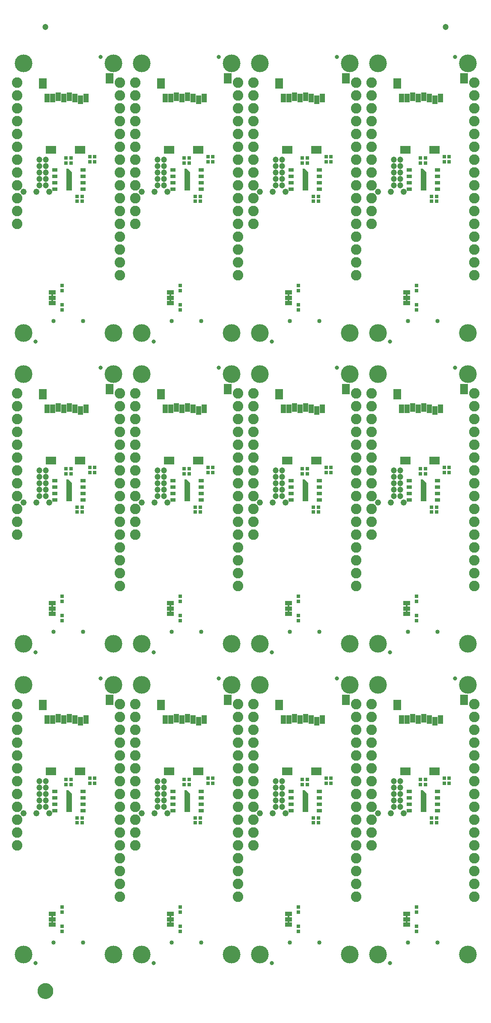
<source format=gbs>
G04 EAGLE Gerber RS-274X export*
G75*
%MOMM*%
%FSLAX34Y34*%
%LPD*%
%INSoldermask Bottom*%
%IPPOS*%
%AMOC8*
5,1,8,0,0,1.08239X$1,22.5*%
G01*
%ADD10C,0.838200*%
%ADD11R,1.473200X0.863600*%
%ADD12C,3.505200*%
%ADD13R,0.803200X0.803200*%
%ADD14R,1.053200X0.703200*%
%ADD15C,0.853200*%
%ADD16R,2.003200X1.603200*%
%ADD17R,1.603200X2.103200*%
%ADD18R,1.003200X1.703200*%
%ADD19C,2.082800*%
%ADD20C,1.203200*%
%ADD21C,1.219200*%
%ADD22C,1.270000*%
%ADD23C,1.703200*%

G36*
X588246Y1537046D02*
X588246Y1537046D01*
X588263Y1537043D01*
X588313Y1537065D01*
X588364Y1537080D01*
X588375Y1537093D01*
X588391Y1537100D01*
X588421Y1537145D01*
X588456Y1537185D01*
X588459Y1537202D01*
X588468Y1537217D01*
X588479Y1537290D01*
X588479Y1573040D01*
X588462Y1573098D01*
X588450Y1573156D01*
X588442Y1573168D01*
X588440Y1573174D01*
X588432Y1573181D01*
X588406Y1573216D01*
X581906Y1579716D01*
X581854Y1579745D01*
X581804Y1579778D01*
X581789Y1579780D01*
X581784Y1579783D01*
X581773Y1579783D01*
X581730Y1579789D01*
X577630Y1579789D01*
X577614Y1579784D01*
X577597Y1579787D01*
X577547Y1579765D01*
X577496Y1579750D01*
X577485Y1579737D01*
X577469Y1579730D01*
X577439Y1579685D01*
X577404Y1579645D01*
X577401Y1579628D01*
X577392Y1579614D01*
X577381Y1579540D01*
X577381Y1537290D01*
X577386Y1537274D01*
X577383Y1537257D01*
X577405Y1537207D01*
X577420Y1537156D01*
X577433Y1537145D01*
X577440Y1537129D01*
X577485Y1537099D01*
X577525Y1537064D01*
X577542Y1537061D01*
X577557Y1537052D01*
X577630Y1537041D01*
X588230Y1537041D01*
X588246Y1537046D01*
G37*
G36*
X821926Y1537046D02*
X821926Y1537046D01*
X821943Y1537043D01*
X821993Y1537065D01*
X822044Y1537080D01*
X822055Y1537093D01*
X822071Y1537100D01*
X822101Y1537145D01*
X822136Y1537185D01*
X822139Y1537202D01*
X822148Y1537217D01*
X822159Y1537290D01*
X822159Y1573040D01*
X822142Y1573098D01*
X822130Y1573156D01*
X822122Y1573168D01*
X822120Y1573174D01*
X822112Y1573181D01*
X822086Y1573216D01*
X815586Y1579716D01*
X815534Y1579745D01*
X815484Y1579778D01*
X815469Y1579780D01*
X815464Y1579783D01*
X815453Y1579783D01*
X815410Y1579789D01*
X811310Y1579789D01*
X811294Y1579784D01*
X811277Y1579787D01*
X811227Y1579765D01*
X811176Y1579750D01*
X811165Y1579737D01*
X811149Y1579730D01*
X811119Y1579685D01*
X811084Y1579645D01*
X811081Y1579628D01*
X811072Y1579614D01*
X811061Y1579540D01*
X811061Y1537290D01*
X811066Y1537274D01*
X811063Y1537257D01*
X811085Y1537207D01*
X811100Y1537156D01*
X811113Y1537145D01*
X811120Y1537129D01*
X811165Y1537099D01*
X811205Y1537064D01*
X811222Y1537061D01*
X811237Y1537052D01*
X811310Y1537041D01*
X821910Y1537041D01*
X821926Y1537046D01*
G37*
G36*
X354566Y1537046D02*
X354566Y1537046D01*
X354583Y1537043D01*
X354633Y1537065D01*
X354684Y1537080D01*
X354695Y1537093D01*
X354711Y1537100D01*
X354741Y1537145D01*
X354776Y1537185D01*
X354779Y1537202D01*
X354788Y1537217D01*
X354799Y1537290D01*
X354799Y1573040D01*
X354782Y1573098D01*
X354770Y1573156D01*
X354762Y1573168D01*
X354760Y1573174D01*
X354752Y1573181D01*
X354726Y1573216D01*
X348226Y1579716D01*
X348174Y1579745D01*
X348124Y1579778D01*
X348109Y1579780D01*
X348104Y1579783D01*
X348093Y1579783D01*
X348050Y1579789D01*
X343950Y1579789D01*
X343934Y1579784D01*
X343917Y1579787D01*
X343867Y1579765D01*
X343816Y1579750D01*
X343805Y1579737D01*
X343789Y1579730D01*
X343759Y1579685D01*
X343724Y1579645D01*
X343721Y1579628D01*
X343712Y1579614D01*
X343701Y1579540D01*
X343701Y1537290D01*
X343706Y1537274D01*
X343703Y1537257D01*
X343725Y1537207D01*
X343740Y1537156D01*
X343753Y1537145D01*
X343760Y1537129D01*
X343805Y1537099D01*
X343845Y1537064D01*
X343862Y1537061D01*
X343877Y1537052D01*
X343950Y1537041D01*
X354550Y1537041D01*
X354566Y1537046D01*
G37*
G36*
X120886Y1537046D02*
X120886Y1537046D01*
X120903Y1537043D01*
X120953Y1537065D01*
X121004Y1537080D01*
X121015Y1537093D01*
X121031Y1537100D01*
X121061Y1537145D01*
X121096Y1537185D01*
X121099Y1537202D01*
X121108Y1537217D01*
X121119Y1537290D01*
X121119Y1573040D01*
X121102Y1573098D01*
X121090Y1573156D01*
X121082Y1573168D01*
X121080Y1573174D01*
X121072Y1573181D01*
X121046Y1573216D01*
X114546Y1579716D01*
X114494Y1579745D01*
X114444Y1579778D01*
X114429Y1579780D01*
X114424Y1579783D01*
X114413Y1579783D01*
X114370Y1579789D01*
X110270Y1579789D01*
X110254Y1579784D01*
X110237Y1579787D01*
X110187Y1579765D01*
X110136Y1579750D01*
X110125Y1579737D01*
X110109Y1579730D01*
X110079Y1579685D01*
X110044Y1579645D01*
X110041Y1579628D01*
X110032Y1579614D01*
X110021Y1579540D01*
X110021Y1537290D01*
X110026Y1537274D01*
X110023Y1537257D01*
X110045Y1537207D01*
X110060Y1537156D01*
X110073Y1537145D01*
X110080Y1537129D01*
X110125Y1537099D01*
X110165Y1537064D01*
X110182Y1537061D01*
X110197Y1537052D01*
X110270Y1537041D01*
X120870Y1537041D01*
X120886Y1537046D01*
G37*
G36*
X821926Y922366D02*
X821926Y922366D01*
X821943Y922363D01*
X821993Y922385D01*
X822044Y922400D01*
X822055Y922413D01*
X822071Y922420D01*
X822101Y922465D01*
X822136Y922505D01*
X822139Y922522D01*
X822148Y922537D01*
X822159Y922610D01*
X822159Y958360D01*
X822142Y958418D01*
X822130Y958476D01*
X822122Y958488D01*
X822120Y958494D01*
X822112Y958501D01*
X822086Y958536D01*
X815586Y965036D01*
X815534Y965065D01*
X815484Y965098D01*
X815469Y965100D01*
X815464Y965103D01*
X815453Y965103D01*
X815410Y965109D01*
X811310Y965109D01*
X811294Y965104D01*
X811277Y965107D01*
X811227Y965085D01*
X811176Y965070D01*
X811165Y965057D01*
X811149Y965050D01*
X811119Y965005D01*
X811084Y964965D01*
X811081Y964948D01*
X811072Y964934D01*
X811061Y964860D01*
X811061Y922610D01*
X811066Y922594D01*
X811063Y922577D01*
X811085Y922527D01*
X811100Y922476D01*
X811113Y922465D01*
X811120Y922449D01*
X811165Y922419D01*
X811205Y922384D01*
X811222Y922381D01*
X811237Y922372D01*
X811310Y922361D01*
X821910Y922361D01*
X821926Y922366D01*
G37*
G36*
X588246Y922366D02*
X588246Y922366D01*
X588263Y922363D01*
X588313Y922385D01*
X588364Y922400D01*
X588375Y922413D01*
X588391Y922420D01*
X588421Y922465D01*
X588456Y922505D01*
X588459Y922522D01*
X588468Y922537D01*
X588479Y922610D01*
X588479Y958360D01*
X588462Y958418D01*
X588450Y958476D01*
X588442Y958488D01*
X588440Y958494D01*
X588432Y958501D01*
X588406Y958536D01*
X581906Y965036D01*
X581854Y965065D01*
X581804Y965098D01*
X581789Y965100D01*
X581784Y965103D01*
X581773Y965103D01*
X581730Y965109D01*
X577630Y965109D01*
X577614Y965104D01*
X577597Y965107D01*
X577547Y965085D01*
X577496Y965070D01*
X577485Y965057D01*
X577469Y965050D01*
X577439Y965005D01*
X577404Y964965D01*
X577401Y964948D01*
X577392Y964934D01*
X577381Y964860D01*
X577381Y922610D01*
X577386Y922594D01*
X577383Y922577D01*
X577405Y922527D01*
X577420Y922476D01*
X577433Y922465D01*
X577440Y922449D01*
X577485Y922419D01*
X577525Y922384D01*
X577542Y922381D01*
X577557Y922372D01*
X577630Y922361D01*
X588230Y922361D01*
X588246Y922366D01*
G37*
G36*
X354566Y922366D02*
X354566Y922366D01*
X354583Y922363D01*
X354633Y922385D01*
X354684Y922400D01*
X354695Y922413D01*
X354711Y922420D01*
X354741Y922465D01*
X354776Y922505D01*
X354779Y922522D01*
X354788Y922537D01*
X354799Y922610D01*
X354799Y958360D01*
X354782Y958418D01*
X354770Y958476D01*
X354762Y958488D01*
X354760Y958494D01*
X354752Y958501D01*
X354726Y958536D01*
X348226Y965036D01*
X348174Y965065D01*
X348124Y965098D01*
X348109Y965100D01*
X348104Y965103D01*
X348093Y965103D01*
X348050Y965109D01*
X343950Y965109D01*
X343934Y965104D01*
X343917Y965107D01*
X343867Y965085D01*
X343816Y965070D01*
X343805Y965057D01*
X343789Y965050D01*
X343759Y965005D01*
X343724Y964965D01*
X343721Y964948D01*
X343712Y964934D01*
X343701Y964860D01*
X343701Y922610D01*
X343706Y922594D01*
X343703Y922577D01*
X343725Y922527D01*
X343740Y922476D01*
X343753Y922465D01*
X343760Y922449D01*
X343805Y922419D01*
X343845Y922384D01*
X343862Y922381D01*
X343877Y922372D01*
X343950Y922361D01*
X354550Y922361D01*
X354566Y922366D01*
G37*
G36*
X120886Y922366D02*
X120886Y922366D01*
X120903Y922363D01*
X120953Y922385D01*
X121004Y922400D01*
X121015Y922413D01*
X121031Y922420D01*
X121061Y922465D01*
X121096Y922505D01*
X121099Y922522D01*
X121108Y922537D01*
X121119Y922610D01*
X121119Y958360D01*
X121102Y958418D01*
X121090Y958476D01*
X121082Y958488D01*
X121080Y958494D01*
X121072Y958501D01*
X121046Y958536D01*
X114546Y965036D01*
X114494Y965065D01*
X114444Y965098D01*
X114429Y965100D01*
X114424Y965103D01*
X114413Y965103D01*
X114370Y965109D01*
X110270Y965109D01*
X110254Y965104D01*
X110237Y965107D01*
X110187Y965085D01*
X110136Y965070D01*
X110125Y965057D01*
X110109Y965050D01*
X110079Y965005D01*
X110044Y964965D01*
X110041Y964948D01*
X110032Y964934D01*
X110021Y964860D01*
X110021Y922610D01*
X110026Y922594D01*
X110023Y922577D01*
X110045Y922527D01*
X110060Y922476D01*
X110073Y922465D01*
X110080Y922449D01*
X110125Y922419D01*
X110165Y922384D01*
X110182Y922381D01*
X110197Y922372D01*
X110270Y922361D01*
X120870Y922361D01*
X120886Y922366D01*
G37*
G36*
X588246Y307686D02*
X588246Y307686D01*
X588263Y307683D01*
X588313Y307705D01*
X588364Y307720D01*
X588375Y307733D01*
X588391Y307740D01*
X588421Y307785D01*
X588456Y307825D01*
X588459Y307842D01*
X588468Y307857D01*
X588479Y307930D01*
X588479Y343680D01*
X588462Y343738D01*
X588450Y343796D01*
X588442Y343808D01*
X588440Y343814D01*
X588432Y343821D01*
X588406Y343856D01*
X581906Y350356D01*
X581854Y350385D01*
X581804Y350418D01*
X581789Y350420D01*
X581784Y350423D01*
X581773Y350423D01*
X581730Y350429D01*
X577630Y350429D01*
X577614Y350424D01*
X577597Y350427D01*
X577547Y350405D01*
X577496Y350390D01*
X577485Y350377D01*
X577469Y350370D01*
X577439Y350325D01*
X577404Y350285D01*
X577401Y350268D01*
X577392Y350254D01*
X577381Y350180D01*
X577381Y307930D01*
X577386Y307914D01*
X577383Y307897D01*
X577405Y307847D01*
X577420Y307796D01*
X577433Y307785D01*
X577440Y307769D01*
X577485Y307739D01*
X577525Y307704D01*
X577542Y307701D01*
X577557Y307692D01*
X577630Y307681D01*
X588230Y307681D01*
X588246Y307686D01*
G37*
G36*
X120886Y307686D02*
X120886Y307686D01*
X120903Y307683D01*
X120953Y307705D01*
X121004Y307720D01*
X121015Y307733D01*
X121031Y307740D01*
X121061Y307785D01*
X121096Y307825D01*
X121099Y307842D01*
X121108Y307857D01*
X121119Y307930D01*
X121119Y343680D01*
X121102Y343738D01*
X121090Y343796D01*
X121082Y343808D01*
X121080Y343814D01*
X121072Y343821D01*
X121046Y343856D01*
X114546Y350356D01*
X114494Y350385D01*
X114444Y350418D01*
X114429Y350420D01*
X114424Y350423D01*
X114413Y350423D01*
X114370Y350429D01*
X110270Y350429D01*
X110254Y350424D01*
X110237Y350427D01*
X110187Y350405D01*
X110136Y350390D01*
X110125Y350377D01*
X110109Y350370D01*
X110079Y350325D01*
X110044Y350285D01*
X110041Y350268D01*
X110032Y350254D01*
X110021Y350180D01*
X110021Y307930D01*
X110026Y307914D01*
X110023Y307897D01*
X110045Y307847D01*
X110060Y307796D01*
X110073Y307785D01*
X110080Y307769D01*
X110125Y307739D01*
X110165Y307704D01*
X110182Y307701D01*
X110197Y307692D01*
X110270Y307681D01*
X120870Y307681D01*
X120886Y307686D01*
G37*
G36*
X821926Y307686D02*
X821926Y307686D01*
X821943Y307683D01*
X821993Y307705D01*
X822044Y307720D01*
X822055Y307733D01*
X822071Y307740D01*
X822101Y307785D01*
X822136Y307825D01*
X822139Y307842D01*
X822148Y307857D01*
X822159Y307930D01*
X822159Y343680D01*
X822142Y343738D01*
X822130Y343796D01*
X822122Y343808D01*
X822120Y343814D01*
X822112Y343821D01*
X822086Y343856D01*
X815586Y350356D01*
X815534Y350385D01*
X815484Y350418D01*
X815469Y350420D01*
X815464Y350423D01*
X815453Y350423D01*
X815410Y350429D01*
X811310Y350429D01*
X811294Y350424D01*
X811277Y350427D01*
X811227Y350405D01*
X811176Y350390D01*
X811165Y350377D01*
X811149Y350370D01*
X811119Y350325D01*
X811084Y350285D01*
X811081Y350268D01*
X811072Y350254D01*
X811061Y350180D01*
X811061Y307930D01*
X811066Y307914D01*
X811063Y307897D01*
X811085Y307847D01*
X811100Y307796D01*
X811113Y307785D01*
X811120Y307769D01*
X811165Y307739D01*
X811205Y307704D01*
X811222Y307701D01*
X811237Y307692D01*
X811310Y307681D01*
X821910Y307681D01*
X821926Y307686D01*
G37*
G36*
X354566Y307686D02*
X354566Y307686D01*
X354583Y307683D01*
X354633Y307705D01*
X354684Y307720D01*
X354695Y307733D01*
X354711Y307740D01*
X354741Y307785D01*
X354776Y307825D01*
X354779Y307842D01*
X354788Y307857D01*
X354799Y307930D01*
X354799Y343680D01*
X354782Y343738D01*
X354770Y343796D01*
X354762Y343808D01*
X354760Y343814D01*
X354752Y343821D01*
X354726Y343856D01*
X348226Y350356D01*
X348174Y350385D01*
X348124Y350418D01*
X348109Y350420D01*
X348104Y350423D01*
X348093Y350423D01*
X348050Y350429D01*
X343950Y350429D01*
X343934Y350424D01*
X343917Y350427D01*
X343867Y350405D01*
X343816Y350390D01*
X343805Y350377D01*
X343789Y350370D01*
X343759Y350325D01*
X343724Y350285D01*
X343721Y350268D01*
X343712Y350254D01*
X343701Y350180D01*
X343701Y307930D01*
X343706Y307914D01*
X343703Y307897D01*
X343725Y307847D01*
X343740Y307796D01*
X343753Y307785D01*
X343760Y307769D01*
X343805Y307739D01*
X343845Y307704D01*
X343862Y307701D01*
X343877Y307692D01*
X343950Y307681D01*
X354550Y307681D01*
X354566Y307686D01*
G37*
G36*
X317565Y1317002D02*
X317565Y1317002D01*
X317631Y1317004D01*
X317674Y1317022D01*
X317721Y1317030D01*
X317778Y1317064D01*
X317838Y1317089D01*
X317873Y1317120D01*
X317914Y1317145D01*
X317956Y1317196D01*
X318004Y1317240D01*
X318026Y1317282D01*
X318055Y1317319D01*
X318076Y1317381D01*
X318107Y1317440D01*
X318115Y1317494D01*
X318127Y1317531D01*
X318126Y1317571D01*
X318134Y1317625D01*
X318134Y1321435D01*
X318123Y1321500D01*
X318121Y1321566D01*
X318103Y1321609D01*
X318095Y1321656D01*
X318061Y1321713D01*
X318036Y1321773D01*
X318005Y1321808D01*
X317980Y1321849D01*
X317929Y1321891D01*
X317885Y1321939D01*
X317843Y1321961D01*
X317806Y1321990D01*
X317744Y1322011D01*
X317685Y1322042D01*
X317631Y1322050D01*
X317594Y1322062D01*
X317554Y1322061D01*
X317500Y1322069D01*
X314960Y1322069D01*
X314895Y1322058D01*
X314829Y1322056D01*
X314786Y1322038D01*
X314739Y1322030D01*
X314682Y1321996D01*
X314622Y1321971D01*
X314587Y1321940D01*
X314546Y1321915D01*
X314505Y1321864D01*
X314456Y1321820D01*
X314434Y1321778D01*
X314405Y1321741D01*
X314384Y1321679D01*
X314353Y1321620D01*
X314345Y1321566D01*
X314333Y1321529D01*
X314333Y1321525D01*
X314333Y1321524D01*
X314334Y1321489D01*
X314326Y1321435D01*
X314326Y1317625D01*
X314337Y1317560D01*
X314339Y1317494D01*
X314357Y1317451D01*
X314365Y1317404D01*
X314399Y1317347D01*
X314424Y1317287D01*
X314455Y1317252D01*
X314480Y1317211D01*
X314531Y1317170D01*
X314575Y1317121D01*
X314617Y1317099D01*
X314654Y1317070D01*
X314716Y1317049D01*
X314775Y1317018D01*
X314829Y1317010D01*
X314866Y1316998D01*
X314906Y1316999D01*
X314960Y1316991D01*
X317500Y1316991D01*
X317565Y1317002D01*
G37*
G36*
X83885Y1317002D02*
X83885Y1317002D01*
X83951Y1317004D01*
X83994Y1317022D01*
X84041Y1317030D01*
X84098Y1317064D01*
X84158Y1317089D01*
X84193Y1317120D01*
X84234Y1317145D01*
X84276Y1317196D01*
X84324Y1317240D01*
X84346Y1317282D01*
X84375Y1317319D01*
X84396Y1317381D01*
X84427Y1317440D01*
X84435Y1317494D01*
X84447Y1317531D01*
X84446Y1317571D01*
X84454Y1317625D01*
X84454Y1321435D01*
X84443Y1321500D01*
X84441Y1321566D01*
X84423Y1321609D01*
X84415Y1321656D01*
X84381Y1321713D01*
X84356Y1321773D01*
X84325Y1321808D01*
X84300Y1321849D01*
X84249Y1321891D01*
X84205Y1321939D01*
X84163Y1321961D01*
X84126Y1321990D01*
X84064Y1322011D01*
X84005Y1322042D01*
X83951Y1322050D01*
X83914Y1322062D01*
X83874Y1322061D01*
X83820Y1322069D01*
X81280Y1322069D01*
X81215Y1322058D01*
X81149Y1322056D01*
X81106Y1322038D01*
X81059Y1322030D01*
X81002Y1321996D01*
X80942Y1321971D01*
X80907Y1321940D01*
X80866Y1321915D01*
X80825Y1321864D01*
X80776Y1321820D01*
X80754Y1321778D01*
X80725Y1321741D01*
X80704Y1321679D01*
X80673Y1321620D01*
X80665Y1321566D01*
X80653Y1321529D01*
X80653Y1321525D01*
X80653Y1321524D01*
X80654Y1321489D01*
X80646Y1321435D01*
X80646Y1317625D01*
X80657Y1317560D01*
X80659Y1317494D01*
X80677Y1317451D01*
X80685Y1317404D01*
X80719Y1317347D01*
X80744Y1317287D01*
X80775Y1317252D01*
X80800Y1317211D01*
X80851Y1317170D01*
X80895Y1317121D01*
X80937Y1317099D01*
X80974Y1317070D01*
X81036Y1317049D01*
X81095Y1317018D01*
X81149Y1317010D01*
X81186Y1316998D01*
X81226Y1316999D01*
X81280Y1316991D01*
X83820Y1316991D01*
X83885Y1317002D01*
G37*
G36*
X784925Y1317002D02*
X784925Y1317002D01*
X784991Y1317004D01*
X785034Y1317022D01*
X785081Y1317030D01*
X785138Y1317064D01*
X785198Y1317089D01*
X785233Y1317120D01*
X785274Y1317145D01*
X785316Y1317196D01*
X785364Y1317240D01*
X785386Y1317282D01*
X785415Y1317319D01*
X785436Y1317381D01*
X785467Y1317440D01*
X785475Y1317494D01*
X785487Y1317531D01*
X785486Y1317571D01*
X785494Y1317625D01*
X785494Y1321435D01*
X785483Y1321500D01*
X785481Y1321566D01*
X785463Y1321609D01*
X785455Y1321656D01*
X785421Y1321713D01*
X785396Y1321773D01*
X785365Y1321808D01*
X785340Y1321849D01*
X785289Y1321891D01*
X785245Y1321939D01*
X785203Y1321961D01*
X785166Y1321990D01*
X785104Y1322011D01*
X785045Y1322042D01*
X784991Y1322050D01*
X784954Y1322062D01*
X784914Y1322061D01*
X784860Y1322069D01*
X782320Y1322069D01*
X782255Y1322058D01*
X782189Y1322056D01*
X782146Y1322038D01*
X782099Y1322030D01*
X782042Y1321996D01*
X781982Y1321971D01*
X781947Y1321940D01*
X781906Y1321915D01*
X781865Y1321864D01*
X781816Y1321820D01*
X781794Y1321778D01*
X781765Y1321741D01*
X781744Y1321679D01*
X781713Y1321620D01*
X781705Y1321566D01*
X781693Y1321529D01*
X781693Y1321525D01*
X781693Y1321524D01*
X781694Y1321489D01*
X781686Y1321435D01*
X781686Y1317625D01*
X781697Y1317560D01*
X781699Y1317494D01*
X781717Y1317451D01*
X781725Y1317404D01*
X781759Y1317347D01*
X781784Y1317287D01*
X781815Y1317252D01*
X781840Y1317211D01*
X781891Y1317170D01*
X781935Y1317121D01*
X781977Y1317099D01*
X782014Y1317070D01*
X782076Y1317049D01*
X782135Y1317018D01*
X782189Y1317010D01*
X782226Y1316998D01*
X782266Y1316999D01*
X782320Y1316991D01*
X784860Y1316991D01*
X784925Y1317002D01*
G37*
G36*
X551245Y1317002D02*
X551245Y1317002D01*
X551311Y1317004D01*
X551354Y1317022D01*
X551401Y1317030D01*
X551458Y1317064D01*
X551518Y1317089D01*
X551553Y1317120D01*
X551594Y1317145D01*
X551636Y1317196D01*
X551684Y1317240D01*
X551706Y1317282D01*
X551735Y1317319D01*
X551756Y1317381D01*
X551787Y1317440D01*
X551795Y1317494D01*
X551807Y1317531D01*
X551806Y1317571D01*
X551814Y1317625D01*
X551814Y1321435D01*
X551803Y1321500D01*
X551801Y1321566D01*
X551783Y1321609D01*
X551775Y1321656D01*
X551741Y1321713D01*
X551716Y1321773D01*
X551685Y1321808D01*
X551660Y1321849D01*
X551609Y1321891D01*
X551565Y1321939D01*
X551523Y1321961D01*
X551486Y1321990D01*
X551424Y1322011D01*
X551365Y1322042D01*
X551311Y1322050D01*
X551274Y1322062D01*
X551234Y1322061D01*
X551180Y1322069D01*
X548640Y1322069D01*
X548575Y1322058D01*
X548509Y1322056D01*
X548466Y1322038D01*
X548419Y1322030D01*
X548362Y1321996D01*
X548302Y1321971D01*
X548267Y1321940D01*
X548226Y1321915D01*
X548185Y1321864D01*
X548136Y1321820D01*
X548114Y1321778D01*
X548085Y1321741D01*
X548064Y1321679D01*
X548033Y1321620D01*
X548025Y1321566D01*
X548013Y1321529D01*
X548013Y1321525D01*
X548013Y1321524D01*
X548014Y1321489D01*
X548006Y1321435D01*
X548006Y1317625D01*
X548017Y1317560D01*
X548019Y1317494D01*
X548037Y1317451D01*
X548045Y1317404D01*
X548079Y1317347D01*
X548104Y1317287D01*
X548135Y1317252D01*
X548160Y1317211D01*
X548211Y1317170D01*
X548255Y1317121D01*
X548297Y1317099D01*
X548334Y1317070D01*
X548396Y1317049D01*
X548455Y1317018D01*
X548509Y1317010D01*
X548546Y1316998D01*
X548586Y1316999D01*
X548640Y1316991D01*
X551180Y1316991D01*
X551245Y1317002D01*
G37*
G36*
X317565Y712482D02*
X317565Y712482D01*
X317631Y712484D01*
X317674Y712502D01*
X317721Y712510D01*
X317778Y712544D01*
X317838Y712569D01*
X317873Y712600D01*
X317914Y712625D01*
X317956Y712676D01*
X318004Y712720D01*
X318026Y712762D01*
X318055Y712799D01*
X318076Y712861D01*
X318107Y712920D01*
X318115Y712974D01*
X318127Y713011D01*
X318126Y713051D01*
X318134Y713105D01*
X318134Y716915D01*
X318123Y716980D01*
X318121Y717046D01*
X318103Y717089D01*
X318095Y717136D01*
X318061Y717193D01*
X318036Y717253D01*
X318005Y717288D01*
X317980Y717329D01*
X317929Y717371D01*
X317885Y717419D01*
X317843Y717441D01*
X317806Y717470D01*
X317744Y717491D01*
X317685Y717522D01*
X317631Y717530D01*
X317594Y717542D01*
X317554Y717541D01*
X317500Y717549D01*
X314960Y717549D01*
X314895Y717538D01*
X314829Y717536D01*
X314786Y717518D01*
X314739Y717510D01*
X314682Y717476D01*
X314622Y717451D01*
X314587Y717420D01*
X314546Y717395D01*
X314505Y717344D01*
X314456Y717300D01*
X314434Y717258D01*
X314405Y717221D01*
X314384Y717159D01*
X314353Y717100D01*
X314345Y717046D01*
X314333Y717009D01*
X314333Y717005D01*
X314333Y717004D01*
X314334Y716969D01*
X314326Y716915D01*
X314326Y713105D01*
X314337Y713040D01*
X314339Y712974D01*
X314357Y712931D01*
X314365Y712884D01*
X314399Y712827D01*
X314424Y712767D01*
X314455Y712732D01*
X314480Y712691D01*
X314531Y712650D01*
X314575Y712601D01*
X314617Y712579D01*
X314654Y712550D01*
X314716Y712529D01*
X314775Y712498D01*
X314829Y712490D01*
X314866Y712478D01*
X314906Y712479D01*
X314960Y712471D01*
X317500Y712471D01*
X317565Y712482D01*
G37*
G36*
X551245Y712482D02*
X551245Y712482D01*
X551311Y712484D01*
X551354Y712502D01*
X551401Y712510D01*
X551458Y712544D01*
X551518Y712569D01*
X551553Y712600D01*
X551594Y712625D01*
X551636Y712676D01*
X551684Y712720D01*
X551706Y712762D01*
X551735Y712799D01*
X551756Y712861D01*
X551787Y712920D01*
X551795Y712974D01*
X551807Y713011D01*
X551806Y713051D01*
X551814Y713105D01*
X551814Y716915D01*
X551803Y716980D01*
X551801Y717046D01*
X551783Y717089D01*
X551775Y717136D01*
X551741Y717193D01*
X551716Y717253D01*
X551685Y717288D01*
X551660Y717329D01*
X551609Y717371D01*
X551565Y717419D01*
X551523Y717441D01*
X551486Y717470D01*
X551424Y717491D01*
X551365Y717522D01*
X551311Y717530D01*
X551274Y717542D01*
X551234Y717541D01*
X551180Y717549D01*
X548640Y717549D01*
X548575Y717538D01*
X548509Y717536D01*
X548466Y717518D01*
X548419Y717510D01*
X548362Y717476D01*
X548302Y717451D01*
X548267Y717420D01*
X548226Y717395D01*
X548185Y717344D01*
X548136Y717300D01*
X548114Y717258D01*
X548085Y717221D01*
X548064Y717159D01*
X548033Y717100D01*
X548025Y717046D01*
X548013Y717009D01*
X548013Y717005D01*
X548013Y717004D01*
X548014Y716969D01*
X548006Y716915D01*
X548006Y713105D01*
X548017Y713040D01*
X548019Y712974D01*
X548037Y712931D01*
X548045Y712884D01*
X548079Y712827D01*
X548104Y712767D01*
X548135Y712732D01*
X548160Y712691D01*
X548211Y712650D01*
X548255Y712601D01*
X548297Y712579D01*
X548334Y712550D01*
X548396Y712529D01*
X548455Y712498D01*
X548509Y712490D01*
X548546Y712478D01*
X548586Y712479D01*
X548640Y712471D01*
X551180Y712471D01*
X551245Y712482D01*
G37*
G36*
X83885Y712482D02*
X83885Y712482D01*
X83951Y712484D01*
X83994Y712502D01*
X84041Y712510D01*
X84098Y712544D01*
X84158Y712569D01*
X84193Y712600D01*
X84234Y712625D01*
X84276Y712676D01*
X84324Y712720D01*
X84346Y712762D01*
X84375Y712799D01*
X84396Y712861D01*
X84427Y712920D01*
X84435Y712974D01*
X84447Y713011D01*
X84446Y713051D01*
X84454Y713105D01*
X84454Y716915D01*
X84443Y716980D01*
X84441Y717046D01*
X84423Y717089D01*
X84415Y717136D01*
X84381Y717193D01*
X84356Y717253D01*
X84325Y717288D01*
X84300Y717329D01*
X84249Y717371D01*
X84205Y717419D01*
X84163Y717441D01*
X84126Y717470D01*
X84064Y717491D01*
X84005Y717522D01*
X83951Y717530D01*
X83914Y717542D01*
X83874Y717541D01*
X83820Y717549D01*
X81280Y717549D01*
X81215Y717538D01*
X81149Y717536D01*
X81106Y717518D01*
X81059Y717510D01*
X81002Y717476D01*
X80942Y717451D01*
X80907Y717420D01*
X80866Y717395D01*
X80825Y717344D01*
X80776Y717300D01*
X80754Y717258D01*
X80725Y717221D01*
X80704Y717159D01*
X80673Y717100D01*
X80665Y717046D01*
X80653Y717009D01*
X80653Y717005D01*
X80653Y717004D01*
X80654Y716969D01*
X80646Y716915D01*
X80646Y713105D01*
X80657Y713040D01*
X80659Y712974D01*
X80677Y712931D01*
X80685Y712884D01*
X80719Y712827D01*
X80744Y712767D01*
X80775Y712732D01*
X80800Y712691D01*
X80851Y712650D01*
X80895Y712601D01*
X80937Y712579D01*
X80974Y712550D01*
X81036Y712529D01*
X81095Y712498D01*
X81149Y712490D01*
X81186Y712478D01*
X81226Y712479D01*
X81280Y712471D01*
X83820Y712471D01*
X83885Y712482D01*
G37*
G36*
X784925Y712482D02*
X784925Y712482D01*
X784991Y712484D01*
X785034Y712502D01*
X785081Y712510D01*
X785138Y712544D01*
X785198Y712569D01*
X785233Y712600D01*
X785274Y712625D01*
X785316Y712676D01*
X785364Y712720D01*
X785386Y712762D01*
X785415Y712799D01*
X785436Y712861D01*
X785467Y712920D01*
X785475Y712974D01*
X785487Y713011D01*
X785486Y713051D01*
X785494Y713105D01*
X785494Y716915D01*
X785483Y716980D01*
X785481Y717046D01*
X785463Y717089D01*
X785455Y717136D01*
X785421Y717193D01*
X785396Y717253D01*
X785365Y717288D01*
X785340Y717329D01*
X785289Y717371D01*
X785245Y717419D01*
X785203Y717441D01*
X785166Y717470D01*
X785104Y717491D01*
X785045Y717522D01*
X784991Y717530D01*
X784954Y717542D01*
X784914Y717541D01*
X784860Y717549D01*
X782320Y717549D01*
X782255Y717538D01*
X782189Y717536D01*
X782146Y717518D01*
X782099Y717510D01*
X782042Y717476D01*
X781982Y717451D01*
X781947Y717420D01*
X781906Y717395D01*
X781865Y717344D01*
X781816Y717300D01*
X781794Y717258D01*
X781765Y717221D01*
X781744Y717159D01*
X781713Y717100D01*
X781705Y717046D01*
X781693Y717009D01*
X781693Y717005D01*
X781693Y717004D01*
X781694Y716969D01*
X781686Y716915D01*
X781686Y713105D01*
X781697Y713040D01*
X781699Y712974D01*
X781717Y712931D01*
X781725Y712884D01*
X781759Y712827D01*
X781784Y712767D01*
X781815Y712732D01*
X781840Y712691D01*
X781891Y712650D01*
X781935Y712601D01*
X781977Y712579D01*
X782014Y712550D01*
X782076Y712529D01*
X782135Y712498D01*
X782189Y712490D01*
X782226Y712478D01*
X782266Y712479D01*
X782320Y712471D01*
X784860Y712471D01*
X784925Y712482D01*
G37*
G36*
X784925Y702322D02*
X784925Y702322D01*
X784991Y702324D01*
X785034Y702342D01*
X785081Y702350D01*
X785138Y702384D01*
X785198Y702409D01*
X785233Y702440D01*
X785274Y702465D01*
X785316Y702516D01*
X785364Y702560D01*
X785386Y702602D01*
X785415Y702639D01*
X785436Y702701D01*
X785467Y702760D01*
X785475Y702814D01*
X785487Y702851D01*
X785486Y702891D01*
X785494Y702945D01*
X785494Y706755D01*
X785483Y706820D01*
X785481Y706886D01*
X785463Y706929D01*
X785455Y706976D01*
X785421Y707033D01*
X785396Y707093D01*
X785365Y707128D01*
X785340Y707169D01*
X785289Y707211D01*
X785245Y707259D01*
X785203Y707281D01*
X785166Y707310D01*
X785104Y707331D01*
X785045Y707362D01*
X784991Y707370D01*
X784954Y707382D01*
X784914Y707381D01*
X784860Y707389D01*
X782320Y707389D01*
X782255Y707378D01*
X782189Y707376D01*
X782146Y707358D01*
X782099Y707350D01*
X782042Y707316D01*
X781982Y707291D01*
X781947Y707260D01*
X781906Y707235D01*
X781865Y707184D01*
X781816Y707140D01*
X781794Y707098D01*
X781765Y707061D01*
X781744Y706999D01*
X781713Y706940D01*
X781705Y706886D01*
X781693Y706849D01*
X781693Y706845D01*
X781693Y706844D01*
X781694Y706809D01*
X781686Y706755D01*
X781686Y702945D01*
X781697Y702880D01*
X781699Y702814D01*
X781717Y702771D01*
X781725Y702724D01*
X781759Y702667D01*
X781784Y702607D01*
X781815Y702572D01*
X781840Y702531D01*
X781891Y702490D01*
X781935Y702441D01*
X781977Y702419D01*
X782014Y702390D01*
X782076Y702369D01*
X782135Y702338D01*
X782189Y702330D01*
X782226Y702318D01*
X782266Y702319D01*
X782320Y702311D01*
X784860Y702311D01*
X784925Y702322D01*
G37*
G36*
X83885Y702322D02*
X83885Y702322D01*
X83951Y702324D01*
X83994Y702342D01*
X84041Y702350D01*
X84098Y702384D01*
X84158Y702409D01*
X84193Y702440D01*
X84234Y702465D01*
X84276Y702516D01*
X84324Y702560D01*
X84346Y702602D01*
X84375Y702639D01*
X84396Y702701D01*
X84427Y702760D01*
X84435Y702814D01*
X84447Y702851D01*
X84446Y702891D01*
X84454Y702945D01*
X84454Y706755D01*
X84443Y706820D01*
X84441Y706886D01*
X84423Y706929D01*
X84415Y706976D01*
X84381Y707033D01*
X84356Y707093D01*
X84325Y707128D01*
X84300Y707169D01*
X84249Y707211D01*
X84205Y707259D01*
X84163Y707281D01*
X84126Y707310D01*
X84064Y707331D01*
X84005Y707362D01*
X83951Y707370D01*
X83914Y707382D01*
X83874Y707381D01*
X83820Y707389D01*
X81280Y707389D01*
X81215Y707378D01*
X81149Y707376D01*
X81106Y707358D01*
X81059Y707350D01*
X81002Y707316D01*
X80942Y707291D01*
X80907Y707260D01*
X80866Y707235D01*
X80825Y707184D01*
X80776Y707140D01*
X80754Y707098D01*
X80725Y707061D01*
X80704Y706999D01*
X80673Y706940D01*
X80665Y706886D01*
X80653Y706849D01*
X80653Y706845D01*
X80653Y706844D01*
X80654Y706809D01*
X80646Y706755D01*
X80646Y702945D01*
X80657Y702880D01*
X80659Y702814D01*
X80677Y702771D01*
X80685Y702724D01*
X80719Y702667D01*
X80744Y702607D01*
X80775Y702572D01*
X80800Y702531D01*
X80851Y702490D01*
X80895Y702441D01*
X80937Y702419D01*
X80974Y702390D01*
X81036Y702369D01*
X81095Y702338D01*
X81149Y702330D01*
X81186Y702318D01*
X81226Y702319D01*
X81280Y702311D01*
X83820Y702311D01*
X83885Y702322D01*
G37*
G36*
X317565Y702322D02*
X317565Y702322D01*
X317631Y702324D01*
X317674Y702342D01*
X317721Y702350D01*
X317778Y702384D01*
X317838Y702409D01*
X317873Y702440D01*
X317914Y702465D01*
X317956Y702516D01*
X318004Y702560D01*
X318026Y702602D01*
X318055Y702639D01*
X318076Y702701D01*
X318107Y702760D01*
X318115Y702814D01*
X318127Y702851D01*
X318126Y702891D01*
X318134Y702945D01*
X318134Y706755D01*
X318123Y706820D01*
X318121Y706886D01*
X318103Y706929D01*
X318095Y706976D01*
X318061Y707033D01*
X318036Y707093D01*
X318005Y707128D01*
X317980Y707169D01*
X317929Y707211D01*
X317885Y707259D01*
X317843Y707281D01*
X317806Y707310D01*
X317744Y707331D01*
X317685Y707362D01*
X317631Y707370D01*
X317594Y707382D01*
X317554Y707381D01*
X317500Y707389D01*
X314960Y707389D01*
X314895Y707378D01*
X314829Y707376D01*
X314786Y707358D01*
X314739Y707350D01*
X314682Y707316D01*
X314622Y707291D01*
X314587Y707260D01*
X314546Y707235D01*
X314505Y707184D01*
X314456Y707140D01*
X314434Y707098D01*
X314405Y707061D01*
X314384Y706999D01*
X314353Y706940D01*
X314345Y706886D01*
X314333Y706849D01*
X314333Y706845D01*
X314333Y706844D01*
X314334Y706809D01*
X314326Y706755D01*
X314326Y702945D01*
X314337Y702880D01*
X314339Y702814D01*
X314357Y702771D01*
X314365Y702724D01*
X314399Y702667D01*
X314424Y702607D01*
X314455Y702572D01*
X314480Y702531D01*
X314531Y702490D01*
X314575Y702441D01*
X314617Y702419D01*
X314654Y702390D01*
X314716Y702369D01*
X314775Y702338D01*
X314829Y702330D01*
X314866Y702318D01*
X314906Y702319D01*
X314960Y702311D01*
X317500Y702311D01*
X317565Y702322D01*
G37*
G36*
X551245Y702322D02*
X551245Y702322D01*
X551311Y702324D01*
X551354Y702342D01*
X551401Y702350D01*
X551458Y702384D01*
X551518Y702409D01*
X551553Y702440D01*
X551594Y702465D01*
X551636Y702516D01*
X551684Y702560D01*
X551706Y702602D01*
X551735Y702639D01*
X551756Y702701D01*
X551787Y702760D01*
X551795Y702814D01*
X551807Y702851D01*
X551806Y702891D01*
X551814Y702945D01*
X551814Y706755D01*
X551803Y706820D01*
X551801Y706886D01*
X551783Y706929D01*
X551775Y706976D01*
X551741Y707033D01*
X551716Y707093D01*
X551685Y707128D01*
X551660Y707169D01*
X551609Y707211D01*
X551565Y707259D01*
X551523Y707281D01*
X551486Y707310D01*
X551424Y707331D01*
X551365Y707362D01*
X551311Y707370D01*
X551274Y707382D01*
X551234Y707381D01*
X551180Y707389D01*
X548640Y707389D01*
X548575Y707378D01*
X548509Y707376D01*
X548466Y707358D01*
X548419Y707350D01*
X548362Y707316D01*
X548302Y707291D01*
X548267Y707260D01*
X548226Y707235D01*
X548185Y707184D01*
X548136Y707140D01*
X548114Y707098D01*
X548085Y707061D01*
X548064Y706999D01*
X548033Y706940D01*
X548025Y706886D01*
X548013Y706849D01*
X548013Y706845D01*
X548013Y706844D01*
X548014Y706809D01*
X548006Y706755D01*
X548006Y702945D01*
X548017Y702880D01*
X548019Y702814D01*
X548037Y702771D01*
X548045Y702724D01*
X548079Y702667D01*
X548104Y702607D01*
X548135Y702572D01*
X548160Y702531D01*
X548211Y702490D01*
X548255Y702441D01*
X548297Y702419D01*
X548334Y702390D01*
X548396Y702369D01*
X548455Y702338D01*
X548509Y702330D01*
X548546Y702318D01*
X548586Y702319D01*
X548640Y702311D01*
X551180Y702311D01*
X551245Y702322D01*
G37*
G36*
X317565Y1327162D02*
X317565Y1327162D01*
X317631Y1327164D01*
X317674Y1327182D01*
X317721Y1327190D01*
X317778Y1327224D01*
X317838Y1327249D01*
X317873Y1327280D01*
X317914Y1327305D01*
X317956Y1327356D01*
X318004Y1327400D01*
X318026Y1327442D01*
X318055Y1327479D01*
X318076Y1327541D01*
X318107Y1327600D01*
X318115Y1327654D01*
X318127Y1327691D01*
X318126Y1327731D01*
X318134Y1327785D01*
X318134Y1331595D01*
X318123Y1331660D01*
X318121Y1331726D01*
X318103Y1331769D01*
X318095Y1331816D01*
X318061Y1331873D01*
X318036Y1331933D01*
X318005Y1331968D01*
X317980Y1332009D01*
X317929Y1332051D01*
X317885Y1332099D01*
X317843Y1332121D01*
X317806Y1332150D01*
X317744Y1332171D01*
X317685Y1332202D01*
X317631Y1332210D01*
X317594Y1332222D01*
X317554Y1332221D01*
X317500Y1332229D01*
X314960Y1332229D01*
X314895Y1332218D01*
X314829Y1332216D01*
X314786Y1332198D01*
X314739Y1332190D01*
X314682Y1332156D01*
X314622Y1332131D01*
X314587Y1332100D01*
X314546Y1332075D01*
X314505Y1332024D01*
X314456Y1331980D01*
X314434Y1331938D01*
X314405Y1331901D01*
X314384Y1331839D01*
X314353Y1331780D01*
X314345Y1331726D01*
X314333Y1331689D01*
X314333Y1331685D01*
X314333Y1331684D01*
X314334Y1331649D01*
X314326Y1331595D01*
X314326Y1327785D01*
X314337Y1327720D01*
X314339Y1327654D01*
X314357Y1327611D01*
X314365Y1327564D01*
X314399Y1327507D01*
X314424Y1327447D01*
X314455Y1327412D01*
X314480Y1327371D01*
X314531Y1327330D01*
X314575Y1327281D01*
X314617Y1327259D01*
X314654Y1327230D01*
X314716Y1327209D01*
X314775Y1327178D01*
X314829Y1327170D01*
X314866Y1327158D01*
X314906Y1327159D01*
X314960Y1327151D01*
X317500Y1327151D01*
X317565Y1327162D01*
G37*
G36*
X83885Y1327162D02*
X83885Y1327162D01*
X83951Y1327164D01*
X83994Y1327182D01*
X84041Y1327190D01*
X84098Y1327224D01*
X84158Y1327249D01*
X84193Y1327280D01*
X84234Y1327305D01*
X84276Y1327356D01*
X84324Y1327400D01*
X84346Y1327442D01*
X84375Y1327479D01*
X84396Y1327541D01*
X84427Y1327600D01*
X84435Y1327654D01*
X84447Y1327691D01*
X84446Y1327731D01*
X84454Y1327785D01*
X84454Y1331595D01*
X84443Y1331660D01*
X84441Y1331726D01*
X84423Y1331769D01*
X84415Y1331816D01*
X84381Y1331873D01*
X84356Y1331933D01*
X84325Y1331968D01*
X84300Y1332009D01*
X84249Y1332051D01*
X84205Y1332099D01*
X84163Y1332121D01*
X84126Y1332150D01*
X84064Y1332171D01*
X84005Y1332202D01*
X83951Y1332210D01*
X83914Y1332222D01*
X83874Y1332221D01*
X83820Y1332229D01*
X81280Y1332229D01*
X81215Y1332218D01*
X81149Y1332216D01*
X81106Y1332198D01*
X81059Y1332190D01*
X81002Y1332156D01*
X80942Y1332131D01*
X80907Y1332100D01*
X80866Y1332075D01*
X80825Y1332024D01*
X80776Y1331980D01*
X80754Y1331938D01*
X80725Y1331901D01*
X80704Y1331839D01*
X80673Y1331780D01*
X80665Y1331726D01*
X80653Y1331689D01*
X80653Y1331685D01*
X80653Y1331684D01*
X80654Y1331649D01*
X80646Y1331595D01*
X80646Y1327785D01*
X80657Y1327720D01*
X80659Y1327654D01*
X80677Y1327611D01*
X80685Y1327564D01*
X80719Y1327507D01*
X80744Y1327447D01*
X80775Y1327412D01*
X80800Y1327371D01*
X80851Y1327330D01*
X80895Y1327281D01*
X80937Y1327259D01*
X80974Y1327230D01*
X81036Y1327209D01*
X81095Y1327178D01*
X81149Y1327170D01*
X81186Y1327158D01*
X81226Y1327159D01*
X81280Y1327151D01*
X83820Y1327151D01*
X83885Y1327162D01*
G37*
G36*
X784925Y1327162D02*
X784925Y1327162D01*
X784991Y1327164D01*
X785034Y1327182D01*
X785081Y1327190D01*
X785138Y1327224D01*
X785198Y1327249D01*
X785233Y1327280D01*
X785274Y1327305D01*
X785316Y1327356D01*
X785364Y1327400D01*
X785386Y1327442D01*
X785415Y1327479D01*
X785436Y1327541D01*
X785467Y1327600D01*
X785475Y1327654D01*
X785487Y1327691D01*
X785486Y1327731D01*
X785494Y1327785D01*
X785494Y1331595D01*
X785483Y1331660D01*
X785481Y1331726D01*
X785463Y1331769D01*
X785455Y1331816D01*
X785421Y1331873D01*
X785396Y1331933D01*
X785365Y1331968D01*
X785340Y1332009D01*
X785289Y1332051D01*
X785245Y1332099D01*
X785203Y1332121D01*
X785166Y1332150D01*
X785104Y1332171D01*
X785045Y1332202D01*
X784991Y1332210D01*
X784954Y1332222D01*
X784914Y1332221D01*
X784860Y1332229D01*
X782320Y1332229D01*
X782255Y1332218D01*
X782189Y1332216D01*
X782146Y1332198D01*
X782099Y1332190D01*
X782042Y1332156D01*
X781982Y1332131D01*
X781947Y1332100D01*
X781906Y1332075D01*
X781865Y1332024D01*
X781816Y1331980D01*
X781794Y1331938D01*
X781765Y1331901D01*
X781744Y1331839D01*
X781713Y1331780D01*
X781705Y1331726D01*
X781693Y1331689D01*
X781693Y1331685D01*
X781693Y1331684D01*
X781694Y1331649D01*
X781686Y1331595D01*
X781686Y1327785D01*
X781697Y1327720D01*
X781699Y1327654D01*
X781717Y1327611D01*
X781725Y1327564D01*
X781759Y1327507D01*
X781784Y1327447D01*
X781815Y1327412D01*
X781840Y1327371D01*
X781891Y1327330D01*
X781935Y1327281D01*
X781977Y1327259D01*
X782014Y1327230D01*
X782076Y1327209D01*
X782135Y1327178D01*
X782189Y1327170D01*
X782226Y1327158D01*
X782266Y1327159D01*
X782320Y1327151D01*
X784860Y1327151D01*
X784925Y1327162D01*
G37*
G36*
X551245Y1327162D02*
X551245Y1327162D01*
X551311Y1327164D01*
X551354Y1327182D01*
X551401Y1327190D01*
X551458Y1327224D01*
X551518Y1327249D01*
X551553Y1327280D01*
X551594Y1327305D01*
X551636Y1327356D01*
X551684Y1327400D01*
X551706Y1327442D01*
X551735Y1327479D01*
X551756Y1327541D01*
X551787Y1327600D01*
X551795Y1327654D01*
X551807Y1327691D01*
X551806Y1327731D01*
X551814Y1327785D01*
X551814Y1331595D01*
X551803Y1331660D01*
X551801Y1331726D01*
X551783Y1331769D01*
X551775Y1331816D01*
X551741Y1331873D01*
X551716Y1331933D01*
X551685Y1331968D01*
X551660Y1332009D01*
X551609Y1332051D01*
X551565Y1332099D01*
X551523Y1332121D01*
X551486Y1332150D01*
X551424Y1332171D01*
X551365Y1332202D01*
X551311Y1332210D01*
X551274Y1332222D01*
X551234Y1332221D01*
X551180Y1332229D01*
X548640Y1332229D01*
X548575Y1332218D01*
X548509Y1332216D01*
X548466Y1332198D01*
X548419Y1332190D01*
X548362Y1332156D01*
X548302Y1332131D01*
X548267Y1332100D01*
X548226Y1332075D01*
X548185Y1332024D01*
X548136Y1331980D01*
X548114Y1331938D01*
X548085Y1331901D01*
X548064Y1331839D01*
X548033Y1331780D01*
X548025Y1331726D01*
X548013Y1331689D01*
X548013Y1331685D01*
X548013Y1331684D01*
X548014Y1331649D01*
X548006Y1331595D01*
X548006Y1327785D01*
X548017Y1327720D01*
X548019Y1327654D01*
X548037Y1327611D01*
X548045Y1327564D01*
X548079Y1327507D01*
X548104Y1327447D01*
X548135Y1327412D01*
X548160Y1327371D01*
X548211Y1327330D01*
X548255Y1327281D01*
X548297Y1327259D01*
X548334Y1327230D01*
X548396Y1327209D01*
X548455Y1327178D01*
X548509Y1327170D01*
X548546Y1327158D01*
X548586Y1327159D01*
X548640Y1327151D01*
X551180Y1327151D01*
X551245Y1327162D01*
G37*
G36*
X784925Y97802D02*
X784925Y97802D01*
X784991Y97804D01*
X785034Y97822D01*
X785081Y97830D01*
X785138Y97864D01*
X785198Y97889D01*
X785233Y97920D01*
X785274Y97945D01*
X785316Y97996D01*
X785364Y98040D01*
X785386Y98082D01*
X785415Y98119D01*
X785436Y98181D01*
X785467Y98240D01*
X785475Y98294D01*
X785487Y98331D01*
X785486Y98371D01*
X785494Y98425D01*
X785494Y102235D01*
X785483Y102300D01*
X785481Y102366D01*
X785463Y102409D01*
X785455Y102456D01*
X785421Y102513D01*
X785396Y102573D01*
X785365Y102608D01*
X785340Y102649D01*
X785289Y102691D01*
X785245Y102739D01*
X785203Y102761D01*
X785166Y102790D01*
X785104Y102811D01*
X785045Y102842D01*
X784991Y102850D01*
X784954Y102862D01*
X784914Y102861D01*
X784860Y102869D01*
X782320Y102869D01*
X782255Y102858D01*
X782189Y102856D01*
X782146Y102838D01*
X782099Y102830D01*
X782042Y102796D01*
X781982Y102771D01*
X781947Y102740D01*
X781906Y102715D01*
X781865Y102664D01*
X781816Y102620D01*
X781794Y102578D01*
X781765Y102541D01*
X781744Y102479D01*
X781713Y102420D01*
X781705Y102366D01*
X781693Y102329D01*
X781693Y102325D01*
X781693Y102324D01*
X781694Y102289D01*
X781686Y102235D01*
X781686Y98425D01*
X781697Y98360D01*
X781699Y98294D01*
X781717Y98251D01*
X781725Y98204D01*
X781759Y98147D01*
X781784Y98087D01*
X781815Y98052D01*
X781840Y98011D01*
X781891Y97970D01*
X781935Y97921D01*
X781977Y97899D01*
X782014Y97870D01*
X782076Y97849D01*
X782135Y97818D01*
X782189Y97810D01*
X782226Y97798D01*
X782266Y97799D01*
X782320Y97791D01*
X784860Y97791D01*
X784925Y97802D01*
G37*
G36*
X83885Y97802D02*
X83885Y97802D01*
X83951Y97804D01*
X83994Y97822D01*
X84041Y97830D01*
X84098Y97864D01*
X84158Y97889D01*
X84193Y97920D01*
X84234Y97945D01*
X84276Y97996D01*
X84324Y98040D01*
X84346Y98082D01*
X84375Y98119D01*
X84396Y98181D01*
X84427Y98240D01*
X84435Y98294D01*
X84447Y98331D01*
X84446Y98371D01*
X84454Y98425D01*
X84454Y102235D01*
X84443Y102300D01*
X84441Y102366D01*
X84423Y102409D01*
X84415Y102456D01*
X84381Y102513D01*
X84356Y102573D01*
X84325Y102608D01*
X84300Y102649D01*
X84249Y102691D01*
X84205Y102739D01*
X84163Y102761D01*
X84126Y102790D01*
X84064Y102811D01*
X84005Y102842D01*
X83951Y102850D01*
X83914Y102862D01*
X83874Y102861D01*
X83820Y102869D01*
X81280Y102869D01*
X81215Y102858D01*
X81149Y102856D01*
X81106Y102838D01*
X81059Y102830D01*
X81002Y102796D01*
X80942Y102771D01*
X80907Y102740D01*
X80866Y102715D01*
X80825Y102664D01*
X80776Y102620D01*
X80754Y102578D01*
X80725Y102541D01*
X80704Y102479D01*
X80673Y102420D01*
X80665Y102366D01*
X80653Y102329D01*
X80653Y102325D01*
X80653Y102324D01*
X80654Y102289D01*
X80646Y102235D01*
X80646Y98425D01*
X80657Y98360D01*
X80659Y98294D01*
X80677Y98251D01*
X80685Y98204D01*
X80719Y98147D01*
X80744Y98087D01*
X80775Y98052D01*
X80800Y98011D01*
X80851Y97970D01*
X80895Y97921D01*
X80937Y97899D01*
X80974Y97870D01*
X81036Y97849D01*
X81095Y97818D01*
X81149Y97810D01*
X81186Y97798D01*
X81226Y97799D01*
X81280Y97791D01*
X83820Y97791D01*
X83885Y97802D01*
G37*
G36*
X317565Y97802D02*
X317565Y97802D01*
X317631Y97804D01*
X317674Y97822D01*
X317721Y97830D01*
X317778Y97864D01*
X317838Y97889D01*
X317873Y97920D01*
X317914Y97945D01*
X317956Y97996D01*
X318004Y98040D01*
X318026Y98082D01*
X318055Y98119D01*
X318076Y98181D01*
X318107Y98240D01*
X318115Y98294D01*
X318127Y98331D01*
X318126Y98371D01*
X318134Y98425D01*
X318134Y102235D01*
X318123Y102300D01*
X318121Y102366D01*
X318103Y102409D01*
X318095Y102456D01*
X318061Y102513D01*
X318036Y102573D01*
X318005Y102608D01*
X317980Y102649D01*
X317929Y102691D01*
X317885Y102739D01*
X317843Y102761D01*
X317806Y102790D01*
X317744Y102811D01*
X317685Y102842D01*
X317631Y102850D01*
X317594Y102862D01*
X317554Y102861D01*
X317500Y102869D01*
X314960Y102869D01*
X314895Y102858D01*
X314829Y102856D01*
X314786Y102838D01*
X314739Y102830D01*
X314682Y102796D01*
X314622Y102771D01*
X314587Y102740D01*
X314546Y102715D01*
X314505Y102664D01*
X314456Y102620D01*
X314434Y102578D01*
X314405Y102541D01*
X314384Y102479D01*
X314353Y102420D01*
X314345Y102366D01*
X314333Y102329D01*
X314333Y102325D01*
X314333Y102324D01*
X314334Y102289D01*
X314326Y102235D01*
X314326Y98425D01*
X314337Y98360D01*
X314339Y98294D01*
X314357Y98251D01*
X314365Y98204D01*
X314399Y98147D01*
X314424Y98087D01*
X314455Y98052D01*
X314480Y98011D01*
X314531Y97970D01*
X314575Y97921D01*
X314617Y97899D01*
X314654Y97870D01*
X314716Y97849D01*
X314775Y97818D01*
X314829Y97810D01*
X314866Y97798D01*
X314906Y97799D01*
X314960Y97791D01*
X317500Y97791D01*
X317565Y97802D01*
G37*
G36*
X551245Y97802D02*
X551245Y97802D01*
X551311Y97804D01*
X551354Y97822D01*
X551401Y97830D01*
X551458Y97864D01*
X551518Y97889D01*
X551553Y97920D01*
X551594Y97945D01*
X551636Y97996D01*
X551684Y98040D01*
X551706Y98082D01*
X551735Y98119D01*
X551756Y98181D01*
X551787Y98240D01*
X551795Y98294D01*
X551807Y98331D01*
X551806Y98371D01*
X551814Y98425D01*
X551814Y102235D01*
X551803Y102300D01*
X551801Y102366D01*
X551783Y102409D01*
X551775Y102456D01*
X551741Y102513D01*
X551716Y102573D01*
X551685Y102608D01*
X551660Y102649D01*
X551609Y102691D01*
X551565Y102739D01*
X551523Y102761D01*
X551486Y102790D01*
X551424Y102811D01*
X551365Y102842D01*
X551311Y102850D01*
X551274Y102862D01*
X551234Y102861D01*
X551180Y102869D01*
X548640Y102869D01*
X548575Y102858D01*
X548509Y102856D01*
X548466Y102838D01*
X548419Y102830D01*
X548362Y102796D01*
X548302Y102771D01*
X548267Y102740D01*
X548226Y102715D01*
X548185Y102664D01*
X548136Y102620D01*
X548114Y102578D01*
X548085Y102541D01*
X548064Y102479D01*
X548033Y102420D01*
X548025Y102366D01*
X548013Y102329D01*
X548013Y102325D01*
X548013Y102324D01*
X548014Y102289D01*
X548006Y102235D01*
X548006Y98425D01*
X548017Y98360D01*
X548019Y98294D01*
X548037Y98251D01*
X548045Y98204D01*
X548079Y98147D01*
X548104Y98087D01*
X548135Y98052D01*
X548160Y98011D01*
X548211Y97970D01*
X548255Y97921D01*
X548297Y97899D01*
X548334Y97870D01*
X548396Y97849D01*
X548455Y97818D01*
X548509Y97810D01*
X548546Y97798D01*
X548586Y97799D01*
X548640Y97791D01*
X551180Y97791D01*
X551245Y97802D01*
G37*
G36*
X317565Y87642D02*
X317565Y87642D01*
X317631Y87644D01*
X317674Y87662D01*
X317721Y87670D01*
X317778Y87704D01*
X317838Y87729D01*
X317873Y87760D01*
X317914Y87785D01*
X317956Y87836D01*
X318004Y87880D01*
X318026Y87922D01*
X318055Y87959D01*
X318076Y88021D01*
X318107Y88080D01*
X318115Y88134D01*
X318127Y88171D01*
X318126Y88211D01*
X318134Y88265D01*
X318134Y92075D01*
X318123Y92140D01*
X318121Y92206D01*
X318103Y92249D01*
X318095Y92296D01*
X318061Y92353D01*
X318036Y92413D01*
X318005Y92448D01*
X317980Y92489D01*
X317929Y92531D01*
X317885Y92579D01*
X317843Y92601D01*
X317806Y92630D01*
X317744Y92651D01*
X317685Y92682D01*
X317631Y92690D01*
X317594Y92702D01*
X317554Y92701D01*
X317500Y92709D01*
X314960Y92709D01*
X314895Y92698D01*
X314829Y92696D01*
X314786Y92678D01*
X314739Y92670D01*
X314682Y92636D01*
X314622Y92611D01*
X314587Y92580D01*
X314546Y92555D01*
X314505Y92504D01*
X314456Y92460D01*
X314434Y92418D01*
X314405Y92381D01*
X314384Y92319D01*
X314353Y92260D01*
X314345Y92206D01*
X314333Y92169D01*
X314333Y92165D01*
X314333Y92164D01*
X314334Y92129D01*
X314326Y92075D01*
X314326Y88265D01*
X314337Y88200D01*
X314339Y88134D01*
X314357Y88091D01*
X314365Y88044D01*
X314399Y87987D01*
X314424Y87927D01*
X314455Y87892D01*
X314480Y87851D01*
X314531Y87810D01*
X314575Y87761D01*
X314617Y87739D01*
X314654Y87710D01*
X314716Y87689D01*
X314775Y87658D01*
X314829Y87650D01*
X314866Y87638D01*
X314906Y87639D01*
X314960Y87631D01*
X317500Y87631D01*
X317565Y87642D01*
G37*
G36*
X83885Y87642D02*
X83885Y87642D01*
X83951Y87644D01*
X83994Y87662D01*
X84041Y87670D01*
X84098Y87704D01*
X84158Y87729D01*
X84193Y87760D01*
X84234Y87785D01*
X84276Y87836D01*
X84324Y87880D01*
X84346Y87922D01*
X84375Y87959D01*
X84396Y88021D01*
X84427Y88080D01*
X84435Y88134D01*
X84447Y88171D01*
X84446Y88211D01*
X84454Y88265D01*
X84454Y92075D01*
X84443Y92140D01*
X84441Y92206D01*
X84423Y92249D01*
X84415Y92296D01*
X84381Y92353D01*
X84356Y92413D01*
X84325Y92448D01*
X84300Y92489D01*
X84249Y92531D01*
X84205Y92579D01*
X84163Y92601D01*
X84126Y92630D01*
X84064Y92651D01*
X84005Y92682D01*
X83951Y92690D01*
X83914Y92702D01*
X83874Y92701D01*
X83820Y92709D01*
X81280Y92709D01*
X81215Y92698D01*
X81149Y92696D01*
X81106Y92678D01*
X81059Y92670D01*
X81002Y92636D01*
X80942Y92611D01*
X80907Y92580D01*
X80866Y92555D01*
X80825Y92504D01*
X80776Y92460D01*
X80754Y92418D01*
X80725Y92381D01*
X80704Y92319D01*
X80673Y92260D01*
X80665Y92206D01*
X80653Y92169D01*
X80653Y92165D01*
X80653Y92164D01*
X80654Y92129D01*
X80646Y92075D01*
X80646Y88265D01*
X80657Y88200D01*
X80659Y88134D01*
X80677Y88091D01*
X80685Y88044D01*
X80719Y87987D01*
X80744Y87927D01*
X80775Y87892D01*
X80800Y87851D01*
X80851Y87810D01*
X80895Y87761D01*
X80937Y87739D01*
X80974Y87710D01*
X81036Y87689D01*
X81095Y87658D01*
X81149Y87650D01*
X81186Y87638D01*
X81226Y87639D01*
X81280Y87631D01*
X83820Y87631D01*
X83885Y87642D01*
G37*
G36*
X784925Y87642D02*
X784925Y87642D01*
X784991Y87644D01*
X785034Y87662D01*
X785081Y87670D01*
X785138Y87704D01*
X785198Y87729D01*
X785233Y87760D01*
X785274Y87785D01*
X785316Y87836D01*
X785364Y87880D01*
X785386Y87922D01*
X785415Y87959D01*
X785436Y88021D01*
X785467Y88080D01*
X785475Y88134D01*
X785487Y88171D01*
X785486Y88211D01*
X785494Y88265D01*
X785494Y92075D01*
X785483Y92140D01*
X785481Y92206D01*
X785463Y92249D01*
X785455Y92296D01*
X785421Y92353D01*
X785396Y92413D01*
X785365Y92448D01*
X785340Y92489D01*
X785289Y92531D01*
X785245Y92579D01*
X785203Y92601D01*
X785166Y92630D01*
X785104Y92651D01*
X785045Y92682D01*
X784991Y92690D01*
X784954Y92702D01*
X784914Y92701D01*
X784860Y92709D01*
X782320Y92709D01*
X782255Y92698D01*
X782189Y92696D01*
X782146Y92678D01*
X782099Y92670D01*
X782042Y92636D01*
X781982Y92611D01*
X781947Y92580D01*
X781906Y92555D01*
X781865Y92504D01*
X781816Y92460D01*
X781794Y92418D01*
X781765Y92381D01*
X781744Y92319D01*
X781713Y92260D01*
X781705Y92206D01*
X781693Y92169D01*
X781693Y92165D01*
X781693Y92164D01*
X781694Y92129D01*
X781686Y92075D01*
X781686Y88265D01*
X781697Y88200D01*
X781699Y88134D01*
X781717Y88091D01*
X781725Y88044D01*
X781759Y87987D01*
X781784Y87927D01*
X781815Y87892D01*
X781840Y87851D01*
X781891Y87810D01*
X781935Y87761D01*
X781977Y87739D01*
X782014Y87710D01*
X782076Y87689D01*
X782135Y87658D01*
X782189Y87650D01*
X782226Y87638D01*
X782266Y87639D01*
X782320Y87631D01*
X784860Y87631D01*
X784925Y87642D01*
G37*
G36*
X551245Y87642D02*
X551245Y87642D01*
X551311Y87644D01*
X551354Y87662D01*
X551401Y87670D01*
X551458Y87704D01*
X551518Y87729D01*
X551553Y87760D01*
X551594Y87785D01*
X551636Y87836D01*
X551684Y87880D01*
X551706Y87922D01*
X551735Y87959D01*
X551756Y88021D01*
X551787Y88080D01*
X551795Y88134D01*
X551807Y88171D01*
X551806Y88211D01*
X551814Y88265D01*
X551814Y92075D01*
X551803Y92140D01*
X551801Y92206D01*
X551783Y92249D01*
X551775Y92296D01*
X551741Y92353D01*
X551716Y92413D01*
X551685Y92448D01*
X551660Y92489D01*
X551609Y92531D01*
X551565Y92579D01*
X551523Y92601D01*
X551486Y92630D01*
X551424Y92651D01*
X551365Y92682D01*
X551311Y92690D01*
X551274Y92702D01*
X551234Y92701D01*
X551180Y92709D01*
X548640Y92709D01*
X548575Y92698D01*
X548509Y92696D01*
X548466Y92678D01*
X548419Y92670D01*
X548362Y92636D01*
X548302Y92611D01*
X548267Y92580D01*
X548226Y92555D01*
X548185Y92504D01*
X548136Y92460D01*
X548114Y92418D01*
X548085Y92381D01*
X548064Y92319D01*
X548033Y92260D01*
X548025Y92206D01*
X548013Y92169D01*
X548013Y92165D01*
X548013Y92164D01*
X548014Y92129D01*
X548006Y92075D01*
X548006Y88265D01*
X548017Y88200D01*
X548019Y88134D01*
X548037Y88091D01*
X548045Y88044D01*
X548079Y87987D01*
X548104Y87927D01*
X548135Y87892D01*
X548160Y87851D01*
X548211Y87810D01*
X548255Y87761D01*
X548297Y87739D01*
X548334Y87710D01*
X548396Y87689D01*
X548455Y87658D01*
X548509Y87650D01*
X548546Y87638D01*
X548586Y87639D01*
X548640Y87631D01*
X551180Y87631D01*
X551245Y87642D01*
G37*
D10*
X49530Y8890D03*
X177800Y571500D03*
D11*
X82550Y105664D03*
X82550Y95250D03*
X82550Y84836D03*
D12*
X25400Y558800D03*
X203200Y558800D03*
X203200Y25400D03*
X25400Y25400D03*
D13*
X109300Y372110D03*
X119300Y372110D03*
D14*
X143320Y347980D03*
X143320Y335280D03*
X143320Y322580D03*
X143320Y309880D03*
X87820Y322580D03*
X87820Y309880D03*
X87820Y335280D03*
X87820Y347980D03*
D13*
X109300Y361950D03*
X119300Y361950D03*
X156718Y364570D03*
X156718Y374570D03*
X166116Y364570D03*
X166116Y374570D03*
D15*
X85400Y49050D03*
X143200Y49050D03*
D16*
X137190Y387540D03*
X80190Y387540D03*
D17*
X64190Y519040D03*
X195690Y529040D03*
D18*
X149090Y490540D03*
X138090Y486540D03*
X127090Y490540D03*
X116090Y492540D03*
X105090Y490540D03*
X94090Y492540D03*
X83090Y490540D03*
X72090Y490540D03*
D19*
X215900Y139700D03*
X215900Y165100D03*
X215900Y190500D03*
X215900Y215900D03*
X215900Y241300D03*
X215900Y266700D03*
X215900Y292100D03*
X215900Y317500D03*
X215900Y342900D03*
X215900Y368300D03*
X215900Y393700D03*
X215900Y419100D03*
X215900Y444500D03*
X215900Y469900D03*
X215900Y495300D03*
X215900Y520700D03*
X12700Y241300D03*
X12700Y266700D03*
X12700Y292100D03*
X12700Y317500D03*
X12700Y342900D03*
X12700Y368300D03*
X12700Y393700D03*
X12700Y419100D03*
X12700Y444500D03*
X12700Y469900D03*
X12700Y495300D03*
X12700Y520700D03*
D13*
X101600Y71200D03*
X101600Y81200D03*
X101600Y119300D03*
X101600Y109300D03*
X131906Y286131D03*
X141906Y286131D03*
X131906Y295402D03*
X141906Y295402D03*
D20*
X69850Y330200D03*
X69850Y342900D03*
X69850Y355600D03*
X69850Y368300D03*
X69850Y317500D03*
X57150Y330200D03*
X57150Y342900D03*
X57150Y355600D03*
X57150Y368300D03*
X57150Y317500D03*
D21*
X25400Y304800D03*
X50800Y304800D03*
X76200Y304800D03*
D10*
X283210Y8890D03*
X411480Y571500D03*
D11*
X316230Y105664D03*
X316230Y95250D03*
X316230Y84836D03*
D12*
X259080Y558800D03*
X436880Y558800D03*
X436880Y25400D03*
X259080Y25400D03*
D13*
X342980Y372110D03*
X352980Y372110D03*
D14*
X377000Y347980D03*
X377000Y335280D03*
X377000Y322580D03*
X377000Y309880D03*
X321500Y322580D03*
X321500Y309880D03*
X321500Y335280D03*
X321500Y347980D03*
D13*
X342980Y361950D03*
X352980Y361950D03*
X390398Y364570D03*
X390398Y374570D03*
X399796Y364570D03*
X399796Y374570D03*
D15*
X319080Y49050D03*
X376880Y49050D03*
D16*
X370870Y387540D03*
X313870Y387540D03*
D17*
X297870Y519040D03*
X429370Y529040D03*
D18*
X382770Y490540D03*
X371770Y486540D03*
X360770Y490540D03*
X349770Y492540D03*
X338770Y490540D03*
X327770Y492540D03*
X316770Y490540D03*
X305770Y490540D03*
D19*
X449580Y139700D03*
X449580Y165100D03*
X449580Y190500D03*
X449580Y215900D03*
X449580Y241300D03*
X449580Y266700D03*
X449580Y292100D03*
X449580Y317500D03*
X449580Y342900D03*
X449580Y368300D03*
X449580Y393700D03*
X449580Y419100D03*
X449580Y444500D03*
X449580Y469900D03*
X449580Y495300D03*
X449580Y520700D03*
X246380Y241300D03*
X246380Y266700D03*
X246380Y292100D03*
X246380Y317500D03*
X246380Y342900D03*
X246380Y368300D03*
X246380Y393700D03*
X246380Y419100D03*
X246380Y444500D03*
X246380Y469900D03*
X246380Y495300D03*
X246380Y520700D03*
D13*
X335280Y71200D03*
X335280Y81200D03*
X335280Y119300D03*
X335280Y109300D03*
X365586Y286131D03*
X375586Y286131D03*
X365586Y295402D03*
X375586Y295402D03*
D20*
X303530Y330200D03*
X303530Y342900D03*
X303530Y355600D03*
X303530Y368300D03*
X303530Y317500D03*
X290830Y330200D03*
X290830Y342900D03*
X290830Y355600D03*
X290830Y368300D03*
X290830Y317500D03*
D21*
X259080Y304800D03*
X284480Y304800D03*
X309880Y304800D03*
D10*
X516890Y8890D03*
X645160Y571500D03*
D11*
X549910Y105664D03*
X549910Y95250D03*
X549910Y84836D03*
D12*
X492760Y558800D03*
X670560Y558800D03*
X670560Y25400D03*
X492760Y25400D03*
D13*
X576660Y372110D03*
X586660Y372110D03*
D14*
X610680Y347980D03*
X610680Y335280D03*
X610680Y322580D03*
X610680Y309880D03*
X555180Y322580D03*
X555180Y309880D03*
X555180Y335280D03*
X555180Y347980D03*
D13*
X576660Y361950D03*
X586660Y361950D03*
X624078Y364570D03*
X624078Y374570D03*
X633476Y364570D03*
X633476Y374570D03*
D15*
X552760Y49050D03*
X610560Y49050D03*
D16*
X604550Y387540D03*
X547550Y387540D03*
D17*
X531550Y519040D03*
X663050Y529040D03*
D18*
X616450Y490540D03*
X605450Y486540D03*
X594450Y490540D03*
X583450Y492540D03*
X572450Y490540D03*
X561450Y492540D03*
X550450Y490540D03*
X539450Y490540D03*
D19*
X683260Y139700D03*
X683260Y165100D03*
X683260Y190500D03*
X683260Y215900D03*
X683260Y241300D03*
X683260Y266700D03*
X683260Y292100D03*
X683260Y317500D03*
X683260Y342900D03*
X683260Y368300D03*
X683260Y393700D03*
X683260Y419100D03*
X683260Y444500D03*
X683260Y469900D03*
X683260Y495300D03*
X683260Y520700D03*
X480060Y241300D03*
X480060Y266700D03*
X480060Y292100D03*
X480060Y317500D03*
X480060Y342900D03*
X480060Y368300D03*
X480060Y393700D03*
X480060Y419100D03*
X480060Y444500D03*
X480060Y469900D03*
X480060Y495300D03*
X480060Y520700D03*
D13*
X568960Y71200D03*
X568960Y81200D03*
X568960Y119300D03*
X568960Y109300D03*
X599266Y286131D03*
X609266Y286131D03*
X599266Y295402D03*
X609266Y295402D03*
D20*
X537210Y330200D03*
X537210Y342900D03*
X537210Y355600D03*
X537210Y368300D03*
X537210Y317500D03*
X524510Y330200D03*
X524510Y342900D03*
X524510Y355600D03*
X524510Y368300D03*
X524510Y317500D03*
D21*
X492760Y304800D03*
X518160Y304800D03*
X543560Y304800D03*
D10*
X750570Y8890D03*
X878840Y571500D03*
D11*
X783590Y105664D03*
X783590Y95250D03*
X783590Y84836D03*
D12*
X726440Y558800D03*
X904240Y558800D03*
X904240Y25400D03*
X726440Y25400D03*
D13*
X810340Y372110D03*
X820340Y372110D03*
D14*
X844360Y347980D03*
X844360Y335280D03*
X844360Y322580D03*
X844360Y309880D03*
X788860Y322580D03*
X788860Y309880D03*
X788860Y335280D03*
X788860Y347980D03*
D13*
X810340Y361950D03*
X820340Y361950D03*
X857758Y364570D03*
X857758Y374570D03*
X867156Y364570D03*
X867156Y374570D03*
D15*
X786440Y49050D03*
X844240Y49050D03*
D16*
X838230Y387540D03*
X781230Y387540D03*
D17*
X765230Y519040D03*
X896730Y529040D03*
D18*
X850130Y490540D03*
X839130Y486540D03*
X828130Y490540D03*
X817130Y492540D03*
X806130Y490540D03*
X795130Y492540D03*
X784130Y490540D03*
X773130Y490540D03*
D19*
X916940Y139700D03*
X916940Y165100D03*
X916940Y190500D03*
X916940Y215900D03*
X916940Y241300D03*
X916940Y266700D03*
X916940Y292100D03*
X916940Y317500D03*
X916940Y342900D03*
X916940Y368300D03*
X916940Y393700D03*
X916940Y419100D03*
X916940Y444500D03*
X916940Y469900D03*
X916940Y495300D03*
X916940Y520700D03*
X713740Y241300D03*
X713740Y266700D03*
X713740Y292100D03*
X713740Y317500D03*
X713740Y342900D03*
X713740Y368300D03*
X713740Y393700D03*
X713740Y419100D03*
X713740Y444500D03*
X713740Y469900D03*
X713740Y495300D03*
X713740Y520700D03*
D13*
X802640Y71200D03*
X802640Y81200D03*
X802640Y119300D03*
X802640Y109300D03*
X832946Y286131D03*
X842946Y286131D03*
X832946Y295402D03*
X842946Y295402D03*
D20*
X770890Y330200D03*
X770890Y342900D03*
X770890Y355600D03*
X770890Y368300D03*
X770890Y317500D03*
X758190Y330200D03*
X758190Y342900D03*
X758190Y355600D03*
X758190Y368300D03*
X758190Y317500D03*
D21*
X726440Y304800D03*
X751840Y304800D03*
X777240Y304800D03*
D10*
X49530Y623570D03*
X177800Y1186180D03*
D11*
X82550Y720344D03*
X82550Y709930D03*
X82550Y699516D03*
D12*
X25400Y1173480D03*
X203200Y1173480D03*
X203200Y640080D03*
X25400Y640080D03*
D13*
X109300Y986790D03*
X119300Y986790D03*
D14*
X143320Y962660D03*
X143320Y949960D03*
X143320Y937260D03*
X143320Y924560D03*
X87820Y937260D03*
X87820Y924560D03*
X87820Y949960D03*
X87820Y962660D03*
D13*
X109300Y976630D03*
X119300Y976630D03*
X156718Y979250D03*
X156718Y989250D03*
X166116Y979250D03*
X166116Y989250D03*
D15*
X85400Y663730D03*
X143200Y663730D03*
D16*
X137190Y1002220D03*
X80190Y1002220D03*
D17*
X64190Y1133720D03*
X195690Y1143720D03*
D18*
X149090Y1105220D03*
X138090Y1101220D03*
X127090Y1105220D03*
X116090Y1107220D03*
X105090Y1105220D03*
X94090Y1107220D03*
X83090Y1105220D03*
X72090Y1105220D03*
D19*
X215900Y754380D03*
X215900Y779780D03*
X215900Y805180D03*
X215900Y830580D03*
X215900Y855980D03*
X215900Y881380D03*
X215900Y906780D03*
X215900Y932180D03*
X215900Y957580D03*
X215900Y982980D03*
X215900Y1008380D03*
X215900Y1033780D03*
X215900Y1059180D03*
X215900Y1084580D03*
X215900Y1109980D03*
X215900Y1135380D03*
X12700Y855980D03*
X12700Y881380D03*
X12700Y906780D03*
X12700Y932180D03*
X12700Y957580D03*
X12700Y982980D03*
X12700Y1008380D03*
X12700Y1033780D03*
X12700Y1059180D03*
X12700Y1084580D03*
X12700Y1109980D03*
X12700Y1135380D03*
D13*
X101600Y685880D03*
X101600Y695880D03*
X101600Y733980D03*
X101600Y723980D03*
X131906Y900811D03*
X141906Y900811D03*
X131906Y910082D03*
X141906Y910082D03*
D20*
X69850Y944880D03*
X69850Y957580D03*
X69850Y970280D03*
X69850Y982980D03*
X69850Y932180D03*
X57150Y944880D03*
X57150Y957580D03*
X57150Y970280D03*
X57150Y982980D03*
X57150Y932180D03*
D21*
X25400Y919480D03*
X50800Y919480D03*
X76200Y919480D03*
D10*
X283210Y623570D03*
X411480Y1186180D03*
D11*
X316230Y720344D03*
X316230Y709930D03*
X316230Y699516D03*
D12*
X259080Y1173480D03*
X436880Y1173480D03*
X436880Y640080D03*
X259080Y640080D03*
D13*
X342980Y986790D03*
X352980Y986790D03*
D14*
X377000Y962660D03*
X377000Y949960D03*
X377000Y937260D03*
X377000Y924560D03*
X321500Y937260D03*
X321500Y924560D03*
X321500Y949960D03*
X321500Y962660D03*
D13*
X342980Y976630D03*
X352980Y976630D03*
X390398Y979250D03*
X390398Y989250D03*
X399796Y979250D03*
X399796Y989250D03*
D15*
X319080Y663730D03*
X376880Y663730D03*
D16*
X370870Y1002220D03*
X313870Y1002220D03*
D17*
X297870Y1133720D03*
X429370Y1143720D03*
D18*
X382770Y1105220D03*
X371770Y1101220D03*
X360770Y1105220D03*
X349770Y1107220D03*
X338770Y1105220D03*
X327770Y1107220D03*
X316770Y1105220D03*
X305770Y1105220D03*
D19*
X449580Y754380D03*
X449580Y779780D03*
X449580Y805180D03*
X449580Y830580D03*
X449580Y855980D03*
X449580Y881380D03*
X449580Y906780D03*
X449580Y932180D03*
X449580Y957580D03*
X449580Y982980D03*
X449580Y1008380D03*
X449580Y1033780D03*
X449580Y1059180D03*
X449580Y1084580D03*
X449580Y1109980D03*
X449580Y1135380D03*
X246380Y855980D03*
X246380Y881380D03*
X246380Y906780D03*
X246380Y932180D03*
X246380Y957580D03*
X246380Y982980D03*
X246380Y1008380D03*
X246380Y1033780D03*
X246380Y1059180D03*
X246380Y1084580D03*
X246380Y1109980D03*
X246380Y1135380D03*
D13*
X335280Y685880D03*
X335280Y695880D03*
X335280Y733980D03*
X335280Y723980D03*
X365586Y900811D03*
X375586Y900811D03*
X365586Y910082D03*
X375586Y910082D03*
D20*
X303530Y944880D03*
X303530Y957580D03*
X303530Y970280D03*
X303530Y982980D03*
X303530Y932180D03*
X290830Y944880D03*
X290830Y957580D03*
X290830Y970280D03*
X290830Y982980D03*
X290830Y932180D03*
D21*
X259080Y919480D03*
X284480Y919480D03*
X309880Y919480D03*
D10*
X516890Y623570D03*
X645160Y1186180D03*
D11*
X549910Y720344D03*
X549910Y709930D03*
X549910Y699516D03*
D12*
X492760Y1173480D03*
X670560Y1173480D03*
X670560Y640080D03*
X492760Y640080D03*
D13*
X576660Y986790D03*
X586660Y986790D03*
D14*
X610680Y962660D03*
X610680Y949960D03*
X610680Y937260D03*
X610680Y924560D03*
X555180Y937260D03*
X555180Y924560D03*
X555180Y949960D03*
X555180Y962660D03*
D13*
X576660Y976630D03*
X586660Y976630D03*
X624078Y979250D03*
X624078Y989250D03*
X633476Y979250D03*
X633476Y989250D03*
D15*
X552760Y663730D03*
X610560Y663730D03*
D16*
X604550Y1002220D03*
X547550Y1002220D03*
D17*
X531550Y1133720D03*
X663050Y1143720D03*
D18*
X616450Y1105220D03*
X605450Y1101220D03*
X594450Y1105220D03*
X583450Y1107220D03*
X572450Y1105220D03*
X561450Y1107220D03*
X550450Y1105220D03*
X539450Y1105220D03*
D19*
X683260Y754380D03*
X683260Y779780D03*
X683260Y805180D03*
X683260Y830580D03*
X683260Y855980D03*
X683260Y881380D03*
X683260Y906780D03*
X683260Y932180D03*
X683260Y957580D03*
X683260Y982980D03*
X683260Y1008380D03*
X683260Y1033780D03*
X683260Y1059180D03*
X683260Y1084580D03*
X683260Y1109980D03*
X683260Y1135380D03*
X480060Y855980D03*
X480060Y881380D03*
X480060Y906780D03*
X480060Y932180D03*
X480060Y957580D03*
X480060Y982980D03*
X480060Y1008380D03*
X480060Y1033780D03*
X480060Y1059180D03*
X480060Y1084580D03*
X480060Y1109980D03*
X480060Y1135380D03*
D13*
X568960Y685880D03*
X568960Y695880D03*
X568960Y733980D03*
X568960Y723980D03*
X599266Y900811D03*
X609266Y900811D03*
X599266Y910082D03*
X609266Y910082D03*
D20*
X537210Y944880D03*
X537210Y957580D03*
X537210Y970280D03*
X537210Y982980D03*
X537210Y932180D03*
X524510Y944880D03*
X524510Y957580D03*
X524510Y970280D03*
X524510Y982980D03*
X524510Y932180D03*
D21*
X492760Y919480D03*
X518160Y919480D03*
X543560Y919480D03*
D10*
X750570Y623570D03*
X878840Y1186180D03*
D11*
X783590Y720344D03*
X783590Y709930D03*
X783590Y699516D03*
D12*
X726440Y1173480D03*
X904240Y1173480D03*
X904240Y640080D03*
X726440Y640080D03*
D13*
X810340Y986790D03*
X820340Y986790D03*
D14*
X844360Y962660D03*
X844360Y949960D03*
X844360Y937260D03*
X844360Y924560D03*
X788860Y937260D03*
X788860Y924560D03*
X788860Y949960D03*
X788860Y962660D03*
D13*
X810340Y976630D03*
X820340Y976630D03*
X857758Y979250D03*
X857758Y989250D03*
X867156Y979250D03*
X867156Y989250D03*
D15*
X786440Y663730D03*
X844240Y663730D03*
D16*
X838230Y1002220D03*
X781230Y1002220D03*
D17*
X765230Y1133720D03*
X896730Y1143720D03*
D18*
X850130Y1105220D03*
X839130Y1101220D03*
X828130Y1105220D03*
X817130Y1107220D03*
X806130Y1105220D03*
X795130Y1107220D03*
X784130Y1105220D03*
X773130Y1105220D03*
D19*
X916940Y754380D03*
X916940Y779780D03*
X916940Y805180D03*
X916940Y830580D03*
X916940Y855980D03*
X916940Y881380D03*
X916940Y906780D03*
X916940Y932180D03*
X916940Y957580D03*
X916940Y982980D03*
X916940Y1008380D03*
X916940Y1033780D03*
X916940Y1059180D03*
X916940Y1084580D03*
X916940Y1109980D03*
X916940Y1135380D03*
X713740Y855980D03*
X713740Y881380D03*
X713740Y906780D03*
X713740Y932180D03*
X713740Y957580D03*
X713740Y982980D03*
X713740Y1008380D03*
X713740Y1033780D03*
X713740Y1059180D03*
X713740Y1084580D03*
X713740Y1109980D03*
X713740Y1135380D03*
D13*
X802640Y685880D03*
X802640Y695880D03*
X802640Y733980D03*
X802640Y723980D03*
X832946Y900811D03*
X842946Y900811D03*
X832946Y910082D03*
X842946Y910082D03*
D20*
X770890Y944880D03*
X770890Y957580D03*
X770890Y970280D03*
X770890Y982980D03*
X770890Y932180D03*
X758190Y944880D03*
X758190Y957580D03*
X758190Y970280D03*
X758190Y982980D03*
X758190Y932180D03*
D21*
X726440Y919480D03*
X751840Y919480D03*
X777240Y919480D03*
D10*
X49530Y1238250D03*
X177800Y1800860D03*
D11*
X82550Y1335024D03*
X82550Y1324610D03*
X82550Y1314196D03*
D12*
X25400Y1788160D03*
X203200Y1788160D03*
X203200Y1254760D03*
X25400Y1254760D03*
D13*
X109300Y1601470D03*
X119300Y1601470D03*
D14*
X143320Y1577340D03*
X143320Y1564640D03*
X143320Y1551940D03*
X143320Y1539240D03*
X87820Y1551940D03*
X87820Y1539240D03*
X87820Y1564640D03*
X87820Y1577340D03*
D13*
X109300Y1591310D03*
X119300Y1591310D03*
X156718Y1593930D03*
X156718Y1603930D03*
X166116Y1593930D03*
X166116Y1603930D03*
D15*
X85400Y1278410D03*
X143200Y1278410D03*
D16*
X137190Y1616900D03*
X80190Y1616900D03*
D17*
X64190Y1748400D03*
X195690Y1758400D03*
D18*
X149090Y1719900D03*
X138090Y1715900D03*
X127090Y1719900D03*
X116090Y1721900D03*
X105090Y1719900D03*
X94090Y1721900D03*
X83090Y1719900D03*
X72090Y1719900D03*
D19*
X215900Y1369060D03*
X215900Y1394460D03*
X215900Y1419860D03*
X215900Y1445260D03*
X215900Y1470660D03*
X215900Y1496060D03*
X215900Y1521460D03*
X215900Y1546860D03*
X215900Y1572260D03*
X215900Y1597660D03*
X215900Y1623060D03*
X215900Y1648460D03*
X215900Y1673860D03*
X215900Y1699260D03*
X215900Y1724660D03*
X215900Y1750060D03*
X12700Y1470660D03*
X12700Y1496060D03*
X12700Y1521460D03*
X12700Y1546860D03*
X12700Y1572260D03*
X12700Y1597660D03*
X12700Y1623060D03*
X12700Y1648460D03*
X12700Y1673860D03*
X12700Y1699260D03*
X12700Y1724660D03*
X12700Y1750060D03*
D13*
X101600Y1300560D03*
X101600Y1310560D03*
X101600Y1348660D03*
X101600Y1338660D03*
X131906Y1515491D03*
X141906Y1515491D03*
X131906Y1524762D03*
X141906Y1524762D03*
D20*
X69850Y1559560D03*
X69850Y1572260D03*
X69850Y1584960D03*
X69850Y1597660D03*
X69850Y1546860D03*
X57150Y1559560D03*
X57150Y1572260D03*
X57150Y1584960D03*
X57150Y1597660D03*
X57150Y1546860D03*
D21*
X25400Y1534160D03*
X50800Y1534160D03*
X76200Y1534160D03*
D10*
X283210Y1238250D03*
X411480Y1800860D03*
D11*
X316230Y1335024D03*
X316230Y1324610D03*
X316230Y1314196D03*
D12*
X259080Y1788160D03*
X436880Y1788160D03*
X436880Y1254760D03*
X259080Y1254760D03*
D13*
X342980Y1601470D03*
X352980Y1601470D03*
D14*
X377000Y1577340D03*
X377000Y1564640D03*
X377000Y1551940D03*
X377000Y1539240D03*
X321500Y1551940D03*
X321500Y1539240D03*
X321500Y1564640D03*
X321500Y1577340D03*
D13*
X342980Y1591310D03*
X352980Y1591310D03*
X390398Y1593930D03*
X390398Y1603930D03*
X399796Y1593930D03*
X399796Y1603930D03*
D15*
X319080Y1278410D03*
X376880Y1278410D03*
D16*
X370870Y1616900D03*
X313870Y1616900D03*
D17*
X297870Y1748400D03*
X429370Y1758400D03*
D18*
X382770Y1719900D03*
X371770Y1715900D03*
X360770Y1719900D03*
X349770Y1721900D03*
X338770Y1719900D03*
X327770Y1721900D03*
X316770Y1719900D03*
X305770Y1719900D03*
D19*
X449580Y1369060D03*
X449580Y1394460D03*
X449580Y1419860D03*
X449580Y1445260D03*
X449580Y1470660D03*
X449580Y1496060D03*
X449580Y1521460D03*
X449580Y1546860D03*
X449580Y1572260D03*
X449580Y1597660D03*
X449580Y1623060D03*
X449580Y1648460D03*
X449580Y1673860D03*
X449580Y1699260D03*
X449580Y1724660D03*
X449580Y1750060D03*
X246380Y1470660D03*
X246380Y1496060D03*
X246380Y1521460D03*
X246380Y1546860D03*
X246380Y1572260D03*
X246380Y1597660D03*
X246380Y1623060D03*
X246380Y1648460D03*
X246380Y1673860D03*
X246380Y1699260D03*
X246380Y1724660D03*
X246380Y1750060D03*
D13*
X335280Y1300560D03*
X335280Y1310560D03*
X335280Y1348660D03*
X335280Y1338660D03*
X365586Y1515491D03*
X375586Y1515491D03*
X365586Y1524762D03*
X375586Y1524762D03*
D20*
X303530Y1559560D03*
X303530Y1572260D03*
X303530Y1584960D03*
X303530Y1597660D03*
X303530Y1546860D03*
X290830Y1559560D03*
X290830Y1572260D03*
X290830Y1584960D03*
X290830Y1597660D03*
X290830Y1546860D03*
D21*
X259080Y1534160D03*
X284480Y1534160D03*
X309880Y1534160D03*
D10*
X516890Y1238250D03*
X645160Y1800860D03*
D11*
X549910Y1335024D03*
X549910Y1324610D03*
X549910Y1314196D03*
D12*
X492760Y1788160D03*
X670560Y1788160D03*
X670560Y1254760D03*
X492760Y1254760D03*
D13*
X576660Y1601470D03*
X586660Y1601470D03*
D14*
X610680Y1577340D03*
X610680Y1564640D03*
X610680Y1551940D03*
X610680Y1539240D03*
X555180Y1551940D03*
X555180Y1539240D03*
X555180Y1564640D03*
X555180Y1577340D03*
D13*
X576660Y1591310D03*
X586660Y1591310D03*
X624078Y1593930D03*
X624078Y1603930D03*
X633476Y1593930D03*
X633476Y1603930D03*
D15*
X552760Y1278410D03*
X610560Y1278410D03*
D16*
X604550Y1616900D03*
X547550Y1616900D03*
D17*
X531550Y1748400D03*
X663050Y1758400D03*
D18*
X616450Y1719900D03*
X605450Y1715900D03*
X594450Y1719900D03*
X583450Y1721900D03*
X572450Y1719900D03*
X561450Y1721900D03*
X550450Y1719900D03*
X539450Y1719900D03*
D19*
X683260Y1369060D03*
X683260Y1394460D03*
X683260Y1419860D03*
X683260Y1445260D03*
X683260Y1470660D03*
X683260Y1496060D03*
X683260Y1521460D03*
X683260Y1546860D03*
X683260Y1572260D03*
X683260Y1597660D03*
X683260Y1623060D03*
X683260Y1648460D03*
X683260Y1673860D03*
X683260Y1699260D03*
X683260Y1724660D03*
X683260Y1750060D03*
X480060Y1470660D03*
X480060Y1496060D03*
X480060Y1521460D03*
X480060Y1546860D03*
X480060Y1572260D03*
X480060Y1597660D03*
X480060Y1623060D03*
X480060Y1648460D03*
X480060Y1673860D03*
X480060Y1699260D03*
X480060Y1724660D03*
X480060Y1750060D03*
D13*
X568960Y1300560D03*
X568960Y1310560D03*
X568960Y1348660D03*
X568960Y1338660D03*
X599266Y1515491D03*
X609266Y1515491D03*
X599266Y1524762D03*
X609266Y1524762D03*
D20*
X537210Y1559560D03*
X537210Y1572260D03*
X537210Y1584960D03*
X537210Y1597660D03*
X537210Y1546860D03*
X524510Y1559560D03*
X524510Y1572260D03*
X524510Y1584960D03*
X524510Y1597660D03*
X524510Y1546860D03*
D21*
X492760Y1534160D03*
X518160Y1534160D03*
X543560Y1534160D03*
D10*
X750570Y1238250D03*
X878840Y1800860D03*
D11*
X783590Y1335024D03*
X783590Y1324610D03*
X783590Y1314196D03*
D12*
X726440Y1788160D03*
X904240Y1788160D03*
X904240Y1254760D03*
X726440Y1254760D03*
D13*
X810340Y1601470D03*
X820340Y1601470D03*
D14*
X844360Y1577340D03*
X844360Y1564640D03*
X844360Y1551940D03*
X844360Y1539240D03*
X788860Y1551940D03*
X788860Y1539240D03*
X788860Y1564640D03*
X788860Y1577340D03*
D13*
X810340Y1591310D03*
X820340Y1591310D03*
X857758Y1593930D03*
X857758Y1603930D03*
X867156Y1593930D03*
X867156Y1603930D03*
D15*
X786440Y1278410D03*
X844240Y1278410D03*
D16*
X838230Y1616900D03*
X781230Y1616900D03*
D17*
X765230Y1748400D03*
X896730Y1758400D03*
D18*
X850130Y1719900D03*
X839130Y1715900D03*
X828130Y1719900D03*
X817130Y1721900D03*
X806130Y1719900D03*
X795130Y1721900D03*
X784130Y1719900D03*
X773130Y1719900D03*
D19*
X916940Y1369060D03*
X916940Y1394460D03*
X916940Y1419860D03*
X916940Y1445260D03*
X916940Y1470660D03*
X916940Y1496060D03*
X916940Y1521460D03*
X916940Y1546860D03*
X916940Y1572260D03*
X916940Y1597660D03*
X916940Y1623060D03*
X916940Y1648460D03*
X916940Y1673860D03*
X916940Y1699260D03*
X916940Y1724660D03*
X916940Y1750060D03*
X713740Y1470660D03*
X713740Y1496060D03*
X713740Y1521460D03*
X713740Y1546860D03*
X713740Y1572260D03*
X713740Y1597660D03*
X713740Y1623060D03*
X713740Y1648460D03*
X713740Y1673860D03*
X713740Y1699260D03*
X713740Y1724660D03*
X713740Y1750060D03*
D13*
X802640Y1300560D03*
X802640Y1310560D03*
X802640Y1348660D03*
X802640Y1338660D03*
X832946Y1515491D03*
X842946Y1515491D03*
X832946Y1524762D03*
X842946Y1524762D03*
D20*
X770890Y1559560D03*
X770890Y1572260D03*
X770890Y1584960D03*
X770890Y1597660D03*
X770890Y1546860D03*
X758190Y1559560D03*
X758190Y1572260D03*
X758190Y1584960D03*
X758190Y1597660D03*
X758190Y1546860D03*
D21*
X726440Y1534160D03*
X751840Y1534160D03*
X777240Y1534160D03*
D20*
X68580Y1859915D03*
X860425Y1859915D03*
D22*
X59525Y-46355D02*
X59528Y-46133D01*
X59536Y-45911D01*
X59550Y-45689D01*
X59569Y-45467D01*
X59593Y-45247D01*
X59623Y-45026D01*
X59658Y-44807D01*
X59699Y-44588D01*
X59745Y-44371D01*
X59796Y-44155D01*
X59853Y-43940D01*
X59915Y-43726D01*
X59982Y-43515D01*
X60054Y-43304D01*
X60132Y-43096D01*
X60214Y-42890D01*
X60302Y-42686D01*
X60394Y-42483D01*
X60492Y-42284D01*
X60594Y-42087D01*
X60701Y-41892D01*
X60813Y-41700D01*
X60930Y-41511D01*
X61051Y-41324D01*
X61177Y-41141D01*
X61307Y-40961D01*
X61442Y-40784D01*
X61580Y-40611D01*
X61723Y-40441D01*
X61871Y-40274D01*
X62022Y-40111D01*
X62177Y-39952D01*
X62336Y-39797D01*
X62499Y-39646D01*
X62666Y-39498D01*
X62836Y-39355D01*
X63009Y-39217D01*
X63186Y-39082D01*
X63366Y-38952D01*
X63549Y-38826D01*
X63736Y-38705D01*
X63925Y-38588D01*
X64117Y-38476D01*
X64312Y-38369D01*
X64509Y-38267D01*
X64708Y-38169D01*
X64911Y-38077D01*
X65115Y-37989D01*
X65321Y-37907D01*
X65529Y-37829D01*
X65740Y-37757D01*
X65951Y-37690D01*
X66165Y-37628D01*
X66380Y-37571D01*
X66596Y-37520D01*
X66813Y-37474D01*
X67032Y-37433D01*
X67251Y-37398D01*
X67472Y-37368D01*
X67692Y-37344D01*
X67914Y-37325D01*
X68136Y-37311D01*
X68358Y-37303D01*
X68580Y-37300D01*
X68802Y-37303D01*
X69024Y-37311D01*
X69246Y-37325D01*
X69468Y-37344D01*
X69688Y-37368D01*
X69909Y-37398D01*
X70128Y-37433D01*
X70347Y-37474D01*
X70564Y-37520D01*
X70780Y-37571D01*
X70995Y-37628D01*
X71209Y-37690D01*
X71420Y-37757D01*
X71631Y-37829D01*
X71839Y-37907D01*
X72045Y-37989D01*
X72249Y-38077D01*
X72452Y-38169D01*
X72651Y-38267D01*
X72848Y-38369D01*
X73043Y-38476D01*
X73235Y-38588D01*
X73424Y-38705D01*
X73611Y-38826D01*
X73794Y-38952D01*
X73974Y-39082D01*
X74151Y-39217D01*
X74324Y-39355D01*
X74494Y-39498D01*
X74661Y-39646D01*
X74824Y-39797D01*
X74983Y-39952D01*
X75138Y-40111D01*
X75289Y-40274D01*
X75437Y-40441D01*
X75580Y-40611D01*
X75718Y-40784D01*
X75853Y-40961D01*
X75983Y-41141D01*
X76109Y-41324D01*
X76230Y-41511D01*
X76347Y-41700D01*
X76459Y-41892D01*
X76566Y-42087D01*
X76668Y-42284D01*
X76766Y-42483D01*
X76858Y-42686D01*
X76946Y-42890D01*
X77028Y-43096D01*
X77106Y-43304D01*
X77178Y-43515D01*
X77245Y-43726D01*
X77307Y-43940D01*
X77364Y-44155D01*
X77415Y-44371D01*
X77461Y-44588D01*
X77502Y-44807D01*
X77537Y-45026D01*
X77567Y-45247D01*
X77591Y-45467D01*
X77610Y-45689D01*
X77624Y-45911D01*
X77632Y-46133D01*
X77635Y-46355D01*
X77632Y-46577D01*
X77624Y-46799D01*
X77610Y-47021D01*
X77591Y-47243D01*
X77567Y-47463D01*
X77537Y-47684D01*
X77502Y-47903D01*
X77461Y-48122D01*
X77415Y-48339D01*
X77364Y-48555D01*
X77307Y-48770D01*
X77245Y-48984D01*
X77178Y-49195D01*
X77106Y-49406D01*
X77028Y-49614D01*
X76946Y-49820D01*
X76858Y-50024D01*
X76766Y-50227D01*
X76668Y-50426D01*
X76566Y-50623D01*
X76459Y-50818D01*
X76347Y-51010D01*
X76230Y-51199D01*
X76109Y-51386D01*
X75983Y-51569D01*
X75853Y-51749D01*
X75718Y-51926D01*
X75580Y-52099D01*
X75437Y-52269D01*
X75289Y-52436D01*
X75138Y-52599D01*
X74983Y-52758D01*
X74824Y-52913D01*
X74661Y-53064D01*
X74494Y-53212D01*
X74324Y-53355D01*
X74151Y-53493D01*
X73974Y-53628D01*
X73794Y-53758D01*
X73611Y-53884D01*
X73424Y-54005D01*
X73235Y-54122D01*
X73043Y-54234D01*
X72848Y-54341D01*
X72651Y-54443D01*
X72452Y-54541D01*
X72249Y-54633D01*
X72045Y-54721D01*
X71839Y-54803D01*
X71631Y-54881D01*
X71420Y-54953D01*
X71209Y-55020D01*
X70995Y-55082D01*
X70780Y-55139D01*
X70564Y-55190D01*
X70347Y-55236D01*
X70128Y-55277D01*
X69909Y-55312D01*
X69688Y-55342D01*
X69468Y-55366D01*
X69246Y-55385D01*
X69024Y-55399D01*
X68802Y-55407D01*
X68580Y-55410D01*
X68358Y-55407D01*
X68136Y-55399D01*
X67914Y-55385D01*
X67692Y-55366D01*
X67472Y-55342D01*
X67251Y-55312D01*
X67032Y-55277D01*
X66813Y-55236D01*
X66596Y-55190D01*
X66380Y-55139D01*
X66165Y-55082D01*
X65951Y-55020D01*
X65740Y-54953D01*
X65529Y-54881D01*
X65321Y-54803D01*
X65115Y-54721D01*
X64911Y-54633D01*
X64708Y-54541D01*
X64509Y-54443D01*
X64312Y-54341D01*
X64117Y-54234D01*
X63925Y-54122D01*
X63736Y-54005D01*
X63549Y-53884D01*
X63366Y-53758D01*
X63186Y-53628D01*
X63009Y-53493D01*
X62836Y-53355D01*
X62666Y-53212D01*
X62499Y-53064D01*
X62336Y-52913D01*
X62177Y-52758D01*
X62022Y-52599D01*
X61871Y-52436D01*
X61723Y-52269D01*
X61580Y-52099D01*
X61442Y-51926D01*
X61307Y-51749D01*
X61177Y-51569D01*
X61051Y-51386D01*
X60930Y-51199D01*
X60813Y-51010D01*
X60701Y-50818D01*
X60594Y-50623D01*
X60492Y-50426D01*
X60394Y-50227D01*
X60302Y-50024D01*
X60214Y-49820D01*
X60132Y-49614D01*
X60054Y-49406D01*
X59982Y-49195D01*
X59915Y-48984D01*
X59853Y-48770D01*
X59796Y-48555D01*
X59745Y-48339D01*
X59699Y-48122D01*
X59658Y-47903D01*
X59623Y-47684D01*
X59593Y-47463D01*
X59569Y-47243D01*
X59550Y-47021D01*
X59536Y-46799D01*
X59528Y-46577D01*
X59525Y-46355D01*
D23*
X68580Y-46355D03*
M02*

</source>
